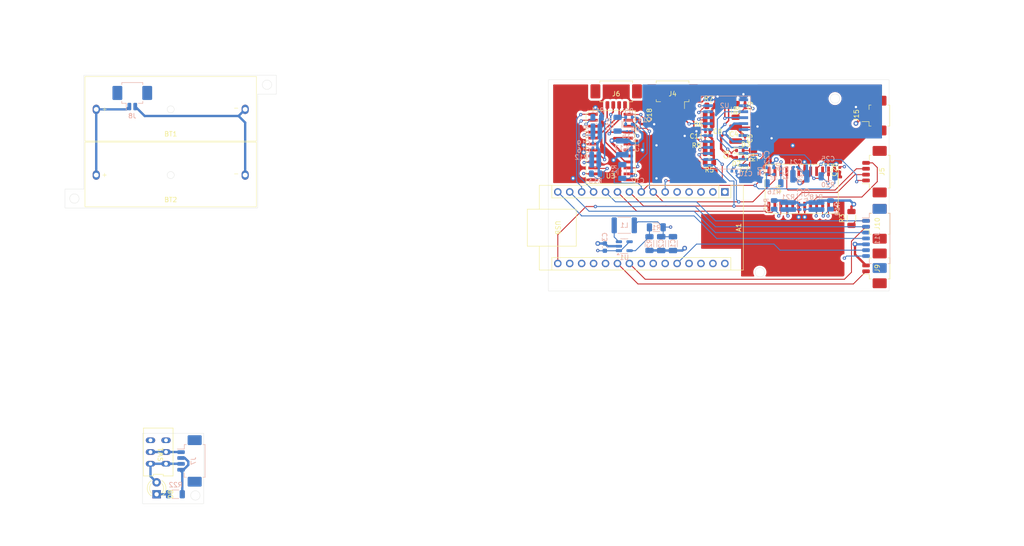
<source format=kicad_pcb>
(kicad_pcb (version 20240108) (generator "pcbnew") (generator_version "8.0")
  (title_block (title "Core Circuit") (date "2025-04-19") (rev "1") (company "Renegade Labs, INC") (comment 1 "San Diego, CA"))
  (layers (0 "F.Cu" signal) (1 "In1.Cu" power) (2 "In2.Cu" power) (31 "B.Cu" signal) (34 "B.Paste" user) (35 "F.Paste" user) (36 "B.SilkS" user "B.Silkscreen") (37 "F.SilkS" user "F.Silkscreen") (38 "B.Mask" user) (39 "F.Mask" user) (44 "Edge.Cuts" user))
  (net 0 "")
  (net 1 "/Motor Driver/EN")
  (net 5 "Net-(A1-D12{slash}MISO)")
  (net 6 "Net-(A1-D11{slash}MOSI)")
  (net 7 "/Motor Driver/RESET")
  (net 8 "/Motor Driver1/CLK")
  (net 9 "Net-(A1-D8)")
  (net 10 "/Motor Driver2/CW{slash}CCW")
  (net 12 "Net-(A1-D13{slash}CLK)")
  (net 13 "Net-(A1-A2)")
  (net 14 "Net-(A1-A7)")
  (net 16 "Net-(A1-A3)")
  (net 17 "Net-(A1-3V3)")
  (net 21 "/Motor Driver/CLK")
  (net 25 "/Motor Driver1/CW{slash}CCW")
  (net 26 "/Motor Driver/CW{slash}CCW")
  (net 27 "/Motor Driver/VREF")
  (net 28 "Net-(U2-VCP)")
  (net 29 "Net-(C7-Pad1)")
  (net 30 "Net-(U2-EN)")
  (net 31 "Net-(U2-RCA)")
  (net 32 "Net-(U2-RCB)")
  (net 33 "Net-(D5-K)")
  (net 34 "Net-(C15-Pad1)")
  (net 35 "Net-(U3-VCP)")
  (net 36 "Net-(D2-K)")
  (net 37 "Net-(U3-EN)")
  (net 38 "Net-(U3-RCB)")
  (net 39 "Net-(U3-RCA)")
  (net 40 "Net-(D7-K)")
  (net 41 "Net-(C23-Pad1)")
  (net 42 "Net-(D6-K)")
  (net 43 "Net-(U4-VCP)")
  (net 44 "Net-(D4-K)")
  (net 45 "Net-(U4-EN)")
  (net 46 "Net-(U4-RCA)")
  (net 47 "Net-(U4-RCB)")
  (net 48 "Net-(D3-K)")
  (net 49 "Net-(U1-SW)")
  (net 50 "/Motor Driver/OUT2B")
  (net 51 "/Motor Driver/OUT1B")
  (net 52 "/Motor Driver/OUT1A")
  (net 53 "/Motor Driver/OUT2A")
  (net 54 "/Motor Driver2/OUT2A")
  (net 55 "/Motor Driver2/OUT1A")
  (net 56 "/Motor Driver2/OUT1B")
  (net 57 "/Motor Driver2/OUT2B")
  (net 58 "/Motor Driver1/OUT2A")
  (net 59 "/Motor Driver1/OUT1A")
  (net 60 "/Motor Driver1/OUT2B")
  (net 61 "/Motor Driver1/OUT1B")
  (net 62 "Net-(U1-FB)")
  (net 63 "GND")
  (net 65 "+12V")
  (net 66 "Net-(U2-SENSE_A)")
  (net 67 "Net-(U2-SENSE_B)")
  (net 68 "Net-(U3-SENSE_A)")
  (net 69 "Net-(U3-SENSE_B)")
  (net 70 "Net-(U4-SENSE_A)")
  (net 71 "Net-(U4-SENSE_B)")
  (net 72 "Net-(D8-A)")
  (net 73 "Net-(D8-K)")
  (net 74 "Net-(J10-Pin_2)")
  (net 75 "Net-(J7-Pin_2)")
  (net 78 "Net-(BT1-+)")
  (net 79 "Net-(BT1--)")
  (net 80 "Net-(J7-Pin_1)")
  (footprint "Connector_Molex:Molex_PicoBlade_53261-0271_1x02-1MP_P1.25mm_Horizontal" (layer "F.Cu") (at 229.550001 100.375 90)
    (property "Reference" "J10")
    (property "Value" "Conn_01x02_Socket")
  )
  (footprint "Connector_Molex:Molex_PicoBlade_53261-0271_1x02-1MP_P1.25mm_Horizontal" (layer "F.Cu") (at 229.550001 109.875 90)
    (property "Reference" "J9")
    (property "Value" "Conn_01x02_Socket")
  )
  (footprint "Resistor_SMD:R_0805_2012Metric" (layer "F.Cu") (at 193.809999 87.2575 180)
    (property "Reference" "R5")
    (property "Value" "0.3")
  )
  (footprint "Resistor_SMD:R_0805_2012Metric" (layer "F.Cu") (at 194.1875 75.257501 180)
    (property "Reference" "R6")
    (property "Value" "0.3")
  )
  (footprint "Connector_Molex:Molex_PicoBlade_53261-0471_1x04-1MP_P1.25mm_Horizontal" (layer "F.Cu") (at 185.975 72.6564 180)
    (property "Reference" "J4")
    (property "Value" "Conn_01x04_Socket")
  )
  (footprint "Resistor_SMD:R_1206_3216Metric" (layer "F.Cu") (at 224.05 99.2375 90)
    (property "Reference" "R3")
    (property "Value" "100")
  )
  (footprint "Resistor_SMD:R_0612_1632Metric" (layer "F.Cu") (at 193.647499 78.2575)
    (property "Reference" "R7")
    (property "Value" "39K")
  )
  (footprint "Capacitor_SMD:C_0402_1005Metric" (layer "F.Cu") (at 180.05 78.645 90)
    (property "Reference" "C18")
    (property "Value" "0.068uF")
  )
  (footprint "Capacitor_SMD:C_0201_0603Metric_Pad0.64x0.40mm_HandSolder" (layer "F.Cu") (at 201.3975 82.325 -90)
    (property "Reference" "C5")
    (property "Value" "0.1uF")
  )
  (footprint "Package_SO:SO24_7.5x15.3mm_P1.27mm" (layer "F.Cu") (at 213.455 92.95)
    (property "Reference" "U4")
    (property "Value" "L6208D")
  )
  (footprint "Connector_Molex:Molex_PicoBlade_53261-0471_1x04-1MP_P1.25mm_Horizontal" (layer "F.Cu") (at 173.975 72.665 180)
    (property "Reference" "J6")
    (property "Value" "Conn_01x04_Socket")
  )
  (footprint "Connector_Molex:Molex_PicoBlade_53261-0471_1x04-1MP_P1.25mm_Horizontal" (layer "F.Cu") (at 229.55 89.275 90)
    (property "Reference" "J5")
    (property "Value" "Conn_01x04_Socket")
  )
  (footprint "PersonalLibraries:Battery_clip-MPD_BHA23APC" (layer "F.Cu") (at 79.15 90)
    (property "Reference" "BT2")
    (property "Value" "Battery")
    (fp_circle (center 0 0) (end 0.75 0) (stroke (width 0.05)) (fill none) (layer "Edge.Cuts"))
  )
  (footprint "Capacitor_SMD:C_0402_1005Metric" (layer "F.Cu") (at 221.55 88.860589 90)
    (property "Reference" "C26")
    (property "Value" "0.068uF")
  )
  (footprint "PersonalLibraries:SW-Slide_Diptronics-LSSA22" (layer "F.Cu") (at 76.5 149 90)
    (property "Reference" "SW1")
    (property "Value" "SW_DPDT_x2")
  )
  (footprint "Diode_SMD:D_SOD-523" (layer "F.Cu") (at 200.30025 84.766401)
    (property "Reference" "D3")
    (property "Value" "1N4148")
  )
  (footprint "Capacitor_SMD:C_1210_3225Metric" (layer "F.Cu") (at 199.397498 81.282501 -90)
    (property "Reference" "C4")
    (property "Value" "100uF")
  )
  (footprint "Package_SO:SO24_7.5x15.3mm_P1.27mm" (layer "F.Cu") (at 172.8 84.03 -90)
    (property "Reference" "U3")
    (property "Value" "L6208D")
  )
  (footprint "Diode_SMD:D_SOD-523" (layer "F.Cu") (at 200.30025 86.266402 180)
    (property "Reference" "D2")
    (property "Value" "1N4148")
  )
  (footprint "Resistor_SMD:R_0612_1632Metric" (layer "F.Cu") (at 193.647498 84.2575)
    (property "Reference" "R9")
    (property "Value" "39K")
  )
  (footprint "Capacitor_SMD:C_0201_0603Metric" (layer "F.Cu") (at 198.500249 85.611401 90)
    (property "Reference" "C6")
    (property "Value" "0.22uF")
  )
  (footprint "Capacitor_SMD:C_0402_1005Metric" (layer "F.Cu") (at 201.397499 75.2375 -90)
    (property "Reference" "C9")
    (property "Value" "5600pF")
  )
  (footprint "Connector_Molex:Molex_PicoBlade_53261-0271_1x02-1MP_P1.25mm_Horizontal" (layer "F.Cu") (at 229.500001 77.325 90)
    (property "Reference" "J15")
    (property "Value" "Conn_01x02_Socket")
  )
  (footprint "Capacitor_SMD:C_0402_1005Metric" (layer "F.Cu") (at 193.4575 80.7575)
    (property "Reference" "C8")
    (property "Value" "1000pF")
  )
  (footprint "Module:Arduino_Nano" (layer "F.Cu") (at 197.1 93.59 -90)
    (property "Reference" "A1")
    (property "Value" "Arduino_Nano_33_BLE")
  )
  (footprint "Resistor_SMD:R_1206_3216Metric" (layer "F.Cu") (at 199.397498 76.22 90)
    (property "Reference" "R8")
    (property "Value" "100K")
  )
  (footprint "Resistor_SMD:R_1206_3216Metric" (layer "F.Cu") (at 203.10025 86.228902 -90)
    (property "Reference" "R4")
    (property "Value" "100")
  )
  (footprint "Capacitor_SMD:C_0201_0603Metric" (layer "F.Cu") (at 201.25525 87.766401 180)
    (property "Reference" "C7")
    (property "Value" "0.01uF")
  )
  (footprint "Capacitor_SMD:C_0402_1005Metric" (layer "F.Cu") (at 193.417499 81.7575)
    (property "Reference" "C11")
    (property "Value" "1000pF")
  )
  (footprint "PersonalLibraries:Battery_clip-MPD_BHA23APC" (layer "F.Cu") (at 79.15 76)
    (property "Reference" "BT1")
    (property "Value" "Battery")
    (fp_circle (center 0 0) (end 0.75 0) (stroke (width 0.05)) (fill none) (layer "Edge.Cuts"))
  )
  (footprint "LED_THT:LED_D3.0mm" (layer "F.Cu") (at 76.15 158 90)
    (property "Reference" "D8")
    (property "Value" "LED")
  )
  (footprint "Connector_Molex:Molex_PicoBlade_53261-0771_1x07-1MP_P1.25mm_Horizontal" (layer "B.Cu") (at 229.55 103.5 -90)
    (property "Reference" "J11")
    (property "Value" "Conn_01x07_Socket")
  )
  (footprint "Resistor_SMD:R_0612_1632Metric" (layer "B.Cu") (at 169.765 80.7)
    (property "Reference" "R15")
    (property "Value" "39K")
  )
  (footprint "Resistor_SMD:R_0612_1632Metric" (layer "B.Cu") (at 216.595 96.592501 90)
    (property "Reference" "R19")
    (property "Value" "39K")
  )
  (footprint "Resistor_SMD:R_0805_2012Metric" (layer "B.Cu") (at 207.595 96.3425 -90)
    (property "Reference" "R17")
    (property "Value" "0.3")
  )
  (footprint "Capacitor_SMD:C_0603_1608Metric" (layer "B.Cu") (at 171.55 105.35 90)
    (property "Reference" "C3")
    (property "Value" "4.7uF")
  )
  (footprint "Resistor_SMD:R_0805_2012Metric" (layer "B.Cu") (at 169.6025 89.7 180)
    (property "Reference" "R12")
    (property "Value" "0.3")
  )
  (footprint "Capacitor_SMD:C_0402_1005Metric" (layer "B.Cu") (at 213.095 96.8625 90)
    (property "Reference" "C27")
    (property "Value" "1000pF")
  )
  (footprint "Capacitor_SMD:C_0402_1005Metric" (layer "B.Cu") (at 169.495 83.2)
    (property "Reference" "C19")
    (property "Value" "1000pF")
  )
  (footprint "Resistor_SMD:R_1206_3216Metric" (layer "B.Cu") (at 174.265 79.1625 -90)
    (property "Reference" "R10")
    (property "Value" "100")
  )
  (footprint "Resistor_SMD:R_0805_2012Metric" (layer "B.Cu") (at 169.9275 77.7 180)
    (property "Reference" "R11")
    (property "Value" "0.3")
  )
  (footprint "Capacitor_SMD:C_0201_0603Metric" (layer "B.Cu") (at 209.02 89.6 90)
    (property "Reference" "C23")
    (property "Value" "0.01uF")
  )
  (footprint "Resistor_SMD:R_1206_3216Metric" (layer "B.Cu") (at 207.5575 91.755)
    (property "Reference" "R16")
    (property "Value" "100")
  )
  (footprint "Capacitor_SMD:C_0402_1005Metric" (layer "B.Cu") (at 169.495 84.2)
    (property "Reference" "C16")
    (property "Value" "1000pF")
  )
  (footprint "Capacitor_SMD:C_1206_3216Metric" (layer "B.Cu") (at 186.05 104.6 90)
    (property "Reference" "C1")
    (property "Value" "22uF")
  )
  (footprint "Capacitor_SMD:C_0201_0603Metric" (layer "B.Cu") (at 206.84 87.445001 180)
    (property "Reference" "C22")
    (property "Value" "0.22uF")
  )
  (footprint "Resistor_SMD:R_1206_3216Metric" (layer "B.Cu") (at 182.5125 101.125)
    (property "Reference" "R1")
    (property "Value" "100K")
  )
  (footprint "Resistor_SMD:R_1206_3216Metric" (layer "B.Cu") (at 80.15 158 180)
    (property "Reference" "R22")
    (property "Value" "100K")
  )
  (footprint "Diode_SMD:D_SOD-523" (layer "B.Cu") (at 176.6888 77.6668 180)
    (property "Reference" "D5")
    (property "Value" "1N4148")
  )
  (footprint "Capacitor_SMD:C_0402_1005Metric" (layer "B.Cu") (at 214.095 96.822501 90)
    (property "Reference" "C24")
    (property "Value" "1000pF")
  )
  (footprint "Capacitor_SMD:C_0201_0603Metric" (layer "B.Cu") (at 178.4888 78.1668 90)
    (property "Reference" "C14")
    (property "Value" "0.22uF")
  )
  (footprint "Capacitor_SMD:C_0402_1005Metric" (layer "B.Cu") (at 177.265 89.72 -90)
    (property "Reference" "C17")
    (property "Value" "5600pF")
  )
  (footprint "Connector_Molex:Molex_PicoBlade_53261-0271_1x02-1MP_P1.25mm_Horizontal" (layer "B.Cu") (at 70.975 72.999999)
    (property "Reference" "J8")
    (property "Value" "Conn_01x02_Socket")
  )
  (footprint "Resistor_SMD:R_0612_1632Metric" (layer "B.Cu") (at 169.515 86.7)
    (property "Reference" "R13")
    (property "Value" "39K")
  )
  (footprint "Resistor_SMD:R_0612_1632Metric" (layer "B.Cu") (at 210.595 96.5925 90)
    (property "Reference" "R21")
    (property "Value" "39K")
  )
  (footprint "Resistor_SMD:R_1206_3216Metric" (layer "B.Cu") (at 175.265 89.2375 90)
    (property "Reference" "R14")
    (property "Value" "100K")
  )
  (footprint "Capacitor_SMD:C_0201_0603Metric" (layer "B.Cu") (at 176.634 80.6204)
    (property "Reference" "C15")
    (property "Value" "0.01uF")
  )
  (footprint "Inductor_SMD:L_1812_4532Metric" (layer "B.Cu") (at 175.6875 100.7 180)
    (property "Reference" "L1")
    (property "Value" "2.2uH")
  )
  (footprint "Diode_SMD:D_SOD-523" (layer "B.Cu") (at 205.9746 89.1448 -90)
    (property "Reference" "D7")
    (property "Value" "1N4148")
  )
  (footprint "Capacitor_SMD:C_0201_0603Metric_Pad0.64x0.40mm_HandSolder" (layer "B.Cu") (at 212.1375 88.28 180)
    (property "Reference" "C21")
    (property "Value" "0.1uF")
  )
  (footprint "Resistor_SMD:R_1206_3216Metric" (layer "B.Cu") (at 219.0575 90.255)
    (property "Reference" "R20")
    (property "Value" "100K")
  )
  (footprint "Connector_Molex:Molex_PicoBlade_53261-0471_1x04-1MP_P1.25mm_Horizontal" (layer "B.Cu") (at 83.75 150.9 -90)
    (property "Reference" "J7")
    (property "Value" "Conn_01x04_Socket")
  )
  (footprint "Capacitor_SMD:C_1206_3216Metric" (layer "B.Cu") (at 183.55 104.6 90)
    (property "Reference" "C2")
    (property "Value" "22uF")
  )
  (footprint "Capacitor_SMD:C_0402_1005Metric" (layer "B.Cu") (at 199.07 89.1564 180)
    (property "Reference" "C10")
    (property "Value" "0.068uF")
  )
  (footprint "Capacitor_SMD:C_0402_1005Metric" (layer "B.Cu") (at 219.0575 87.7175 180)
    (property "Reference" "C25")
    (property "Value" "5600pF")
  )
  (footprint "Capacitor_SMD:C_1210_3225Metric" (layer "B.Cu") (at 213.07 90.255 180)
    (property "Reference" "C20")
    (property "Value" "100uF")
  )
  (footprint "Diode_SMD:D_SOD-523" (layer "B.Cu") (at 176.6888 79.1668)
    (property "Reference" "D4")
    (property "Value" "1N4148")
  )
  (footprint "Diode_SMD:D_SOD-523" (layer "B.Cu") (at 207.52 89.145 90)
    (property "Reference" "D6")
    (property "Value" "1N4148")
  )
  (footprint "Resistor_SMD:R_0805_2012Metric" (layer "B.Cu") (at 219.595001 96.3425 -90)
    (property "Reference" "R18")
    (property "Value" "0.3")
  )
  (footprint "Package_TO_SOT_SMD:SOT-23-5" (layer "B.Cu") (at 175.6875 105.15)
    (property "Reference" "U1")
    (property "Value" "TLV62568DBV")
  )
  (footprint "Capacitor_SMD:C_1210_3225Metric" (layer "B.Cu") (at 175.265 84.175 90)
    (property "Reference" "C12")
    (property "Value" "100uF")
  )
  (footprint "Package_SO:SO24_7.5x15.3mm_P1.27mm" (layer "B.Cu") (at 197.3 80.9414 90)
    (property "Reference" "U2")
    (property "Value" "L6208D")
  )
  (footprint "Resistor_SMD:R_1206_3216Metric" (layer "B.Cu") (at 181.05 104.5875 90)
    (property "Reference" "R2")
    (property "Value" "200K")
  )
  (footprint "Capacitor_SMD:C_0201_0603Metric_Pad0.64x0.40mm_HandSolder" (layer "B.Cu") (at 177.265 83.6325 90)
    (property "Reference" "C13")
    (property "Value" "0.1uF")
  )
  (gr_rect (start 73.15 145) (end 86.15 160) (stroke (width 0.05)) (fill none) (layer "Edge.Cuts"))
  (gr_circle (center 220.55 73.7) (end 221.55 73.7) (stroke (width 0.05)) (fill none) (layer "Edge.Cuts"))
  (gr_circle (center 99.65 70.75) (end 100.65 70.75) (stroke (width 0.05)) (fill none) (layer "Edge.Cuts"))
  (gr_rect (start 159.55 69.7) (end 232.05 114.7) (stroke (width 0.05)) (fill none) (layer "Edge.Cuts"))
  (gr_circle (center 204.55 110.7) (end 205.55 110.7) (stroke (width 0.05)) (fill none) (layer "Edge.Cuts"))
  (gr_poly (pts (xy 60.65 68.75) (xy 101.65 68.75) (xy 101.65 72.75) (xy 97.65 72.75) (xy 97.65 97) (xy 56.65 97) (xy 56.65 93) (xy 60.65 93)) (stroke (width 0.05)) (fill none) (layer "Edge.Cuts"))
  (gr_circle (center 58.65 95) (end 57.65 95) (stroke (width 0.05)) (fill none) (layer "Edge.Cuts"))
  (gr_circle (center 84.4 158.25) (end 85.4 158.25) (stroke (width 0.05)) (fill none) (layer "Edge.Cuts"))
  (segment (start 205.199999 75.306399) (end 205.199999 86.050001) (width 0.2) (layer "F.Cu") (net 1))
  (segment (start 204.55 91.2) (end 203.55 92.2) (width 0.2) (layer "F.Cu") (net 1))
  (segment (start 201.86 71.9664) (end 205.199999 75.306399) (width 0.2) (layer "F.Cu") (net 1))
  (segment (start 204.55 86.7) (end 204.55 91.2) (width 0.2) (layer "F.Cu") (net 1))
  (segment (start 185.05 92.2) (end 203.55 92.2) (width 0.2) (layer "F.Cu") (net 1))
  (segment (start 205.199999 86.050001) (end 204.55 86.7) (width 0.2) (layer "F.Cu") (net 1))
  (segment (start 180.71 92.2) (end 185.05 92.2) (width 0.2) (layer "F.Cu") (net 1))
  (segment (start 179.32 93.59) (end 180.71 92.2) (width 0.2) (layer "F.Cu") (net 1))
  (segment (start 199.397498 74.7575) (end 199.397498 73.28753) (width 0.2) (layer "F.Cu") (net 1))
  (segment (start 199.397498 73.28753) (end 200.718628 71.9664) (width 0.2) (layer "F.Cu") (net 1))
  (segment (start 200.718628 71.9664) (end 201.86 71.9664) (width 0.2) (layer "F.Cu") (net 1))
  (via (at 203.55 92.2) (size 0.7) (drill 0.3) (layers "F.Cu" "B.Cu") (net 1))
  (segment (start 219.32 92.93) (end 220.52 91.73) (width 0.2) (layer "B.Cu") (net 1))
  (segment (start 204.28 92.93) (end 219.32 92.93) (width 0.2) (layer "B.Cu") (net 1))
  (segment (start 173.55 89.49) (end 175.265 87.775) (width 0.2) (layer "B.Cu") (net 1))
  (segment (start 179.32 93.59) (end 179.32 92.4167) (width 0.2) (layer "B.Cu") (net 1))
  (segment (start 203.55 92.2) (end 204.28 92.93) (width 0.2) (layer "B.Cu") (net 1))
  (segment (start 220.52 91.73) (end 220.52 90.255) (width 0.2) (layer "B.Cu") (net 1))
  (segment (start 178.6033 91.7) (end 173.55 91.7) (width 0.2) (layer "B.Cu") (net 1))
  (segment (start 173.55 91.7) (end 173.55 89.49) (width 0.2) (layer "B.Cu") (net 1))
  (segment (start 179.32 92.4167) (end 178.6033 91.7) (width 0.2) (layer "B.Cu") (net 1))
  (segment (start 190.55 98.7) (end 195.35 103.5) (width 0.2) (layer "B.Cu") (net 5))
  (segment (start 166.55 98.6) (end 161.54 93.59) (width 0.2) (layer "B.Cu") (net 5))
  (segment (start 195.35 103.5) (end 227.15 103.5) (width 0.2) (layer "B.Cu") (net 5))
  (segment (start 166.55 98.7) (end 190.55 98.7) (width 0.2) (layer "B.Cu") (net 5))
  (segment (start 166.55 98.7) (end 166.55 98.6) (width 0.2) (layer "B.Cu") (net 5))
  (segment (start 168.19 97.7) (end 190.55 97.7) (width 0.2) (layer "B.Cu") (net 6))
  (segment (start 195.1 102.25) (end 227.15 102.25) (width 0.2) (layer "B.Cu") (net 6))
  (segment (start 164.08 93.59) (end 168.19 97.7) (width 0.2) (layer "B.Cu") (net 6))
  (segment (start 190.55 97.7) (end 195.1 102.25) (width 0.2) (layer "B.Cu") (net 6))
  (segment (start 181.05 80.665) (end 180.4211 80.0361) (width 0.2) (layer "F.Cu") (net 7))
  (segment (start 200.05 95.7) (end 203.05 95.7) (width 0.2) (layer "F.Cu") (net 7))
  (segment (start 180.4211 80.0361) (end 178.9011 80.0361) (width 0.2) (layer "F.Cu") (net 7))
  (segment (start 178.9011 80.0361) (end 177.18 78.315) (width 0.2) (layer "F.Cu") (net 7))
  (segment (start 183.97 95.7) (end 181.86 93.59) (width 0.2) (layer "F.Cu") (net 7))
  (segment (start 200.05 95.7) (end 183.97 95.7) (width 0.2) (layer "F.Cu") (net 7))
  (segment (start 203.05 95.7) (end 207.74 91.01) (width 0.2) (layer "F.Cu") (net 7))
  (segment (start 177.18 78.315) (end 176.55 78.315) (width 0.2) (layer "F.Cu") (net 7))
  (segment (start 207.74 91.01) (end 207.74 89.2) (width 0.2) (layer "F.Cu") (net 7))
  (via (at 200.05 95.7) (size 0.7) (drill 0.3) (layers "F.Cu" "B.Cu") (net 7))
  (via (at 181.05 80.665) (size 0.7) (drill 0.3) (layers "F.Cu" "B.Cu") (net 7))
  (segment (start 197.55 88.1564) (end 199.05 86.6564) (width 0.2) (layer "B.Cu") (net 7))
  (segment (start 181.05 92.78) (end 181.05 80.665) (width 0.2) (layer "B.Cu") (net 7))
  (segment (start 200.05 95.7) (end 199.55 95.2) (width 0.2) (layer "B.Cu") (net 7))
  (segment (start 199.55 91.2) (end 197.55 89.2) (width 0.2) (layer "B.Cu") (net 7))
  (segment (start 199.55 95.2) (end 199.55 91.2) (width 0.2) (layer "B.Cu") (net 7))
  (segment (start 181.05 92.78) (end 181.86 93.59) (width 0.2) (layer "B.Cu") (net 7))
  (segment (start 197.55 88.1564) (end 197.55 89.2) (width 0.2) (layer "B.Cu") (net 7))
  (segment (start 199.05 86.6564) (end 201.05 86.6564) (width 0.2) (layer "B.Cu") (net 7))
  (segment (start 166.4815 77.045) (end 166.4186 77.1079) (width 0.2) (layer "F.Cu") (net 8))
  (segment (start 169.05 77.045) (end 166.4815 77.045) (width 0.2) (layer "F.Cu") (net 8))
  (via (at 166.4186 77.1079) (size 0.7) (drill 0.3) (layers "F.Cu" "B.Cu") (net 8))
  (segment (start 166.62 92.4883) (end 165.55 91.4183) (width 0.2) (layer "B.Cu") (net 8))
  (segment (start 165.55 77.9765) (end 166.4186 77.1079) (width 0.2) (layer "B.Cu") (net 8))
  (segment (start 166.62 93.59) (end 166.62 92.4883) (width 0.2) (layer "B.Cu") (net 8))
  (segment (start 165.55 77.9765) (end 165.68825 77.83825) (width 0.2) (layer "B.Cu") (net 8))
  (segment (start 165.55 91.4183) (end 165.55 77.9765) (width 0.2) (layer "B.Cu") (net 8))
  (segment (start 195.1 99.75) (end 227.15 99.75) (width 0.2) (layer "B.Cu") (net 9))
  (segment (start 173.81 95.7) (end 191.05 95.7) (width 0.2) (layer "B.Cu") (net 9))
  (segment (start 171.7 93.59) (end 173.81 95.7) (width 0.2) (layer "B.Cu") (net 9))
  (segment (start 191.05 95.7) (end 195.1 99.75) (width 0.2) (layer "B.Cu") (net 9))
  (segment (start 207.74 97.330001) (end 207.120001 97.95) (width 0.2) (layer "F.Cu") (net 10))
  (segment (start 207.74 96.7) (end 207.74 97.330001) (width 0.2) (layer "F.Cu") (net 10))
  (segment (start 205.670001 97.7) (end 178.35 97.7) (width 0.2) (layer "F.Cu") (net 10))
  (segment (start 207.120001 97.95) (end 205.920001 97.95) (width 0.2) (layer "F.Cu") (net 10))
  (segment (start 205.920001 97.95) (end 205.670001 97.7) (width 0.2) (layer "F.Cu") (net 10))
  (segment (start 178.35 97.7) (end 174.24 93.59) (width 0.2) (layer "F.Cu") (net 10))
  (segment (start 169.55 96.7) (end 167.55 96.7) (width 0.2) (layer "F.Cu") (net 12))
  (segment (start 167.55 96.7) (end 161.54 102.71) (width 0.2) (layer "F.Cu") (net 12))
  (segment (start 161.54 102.71) (end 161.54 108.83) (width 0.2) (layer "F.Cu") (net 12))
  (via (at 169.55 96.7) (size 0.7) (drill 0.3) (layers "F.Cu" "B.Cu") (net 12))
  (segment (start 169.55 96.7) (end 190.797487 96.7) (width 0.2) (layer "B.Cu") (net 12))
  (segment (start 195.097487 101) (end 227.15 101) (width 0.2) (layer "B.Cu") (net 12))
  (segment (start 190.797487 96.7) (end 195.097487 101) (width 0.2) (layer "B.Cu") (net 12))
  (segment (start 224.450001 113.2) (end 227.150001 110.5) (width 0.2) (layer "F.Cu") (net 13))
  (segment (start 178.61 113.2) (end 224.450001 113.2) (width 0.2) (layer "F.Cu") (net 13))
  (segment (start 174.24 108.83) (end 178.61 113.2) (width 0.2) (layer "F.Cu") (net 13))
  (segment (start 186.94 108.83) (end 191.07 104.7) (width 0.2) (layer "B.Cu") (net 14))
  (segment (start 207.55 104.7) (end 208.85 106) (width 0.2) (layer "B.Cu") (net 14))
  (segment (start 191.07 104.7) (end 207.55 104.7) (width 0.2) (layer "B.Cu") (net 14))
  (segment (start 208.85 106) (end 227.15 106) (width 0.2) (layer "B.Cu") (net 14))
  (segment (start 176.78 108.83) (end 180.15 112.2) (width 0.2) (layer "F.Cu") (net 16))
  (segment (start 224.05 110.7) (end 224.05 104.100001) (width 0.2) (layer "F.Cu") (net 16))
  (segment (start 180.15 112.2) (end 222.55 112.2) (width 0.2) (layer "F.Cu") (net 16))
  (segment (start 224.05 104.100001) (end 227.150001 101) (width 0.2) (layer "F.Cu") (net 16))
  (segment (start 222.55 112.2) (end 224.05 110.7) (width 0.2) (layer "F.Cu") (net 16))
  (via (at 222.55 107.7) (size 0.7) (drill 0.3) (layers "F.Cu" "B.Cu") (net 17))
  (via (at 170.05 106.075) (size 0.7) (drill 0.3) (layers "F.Cu" "B.Cu") (net 17))
  (segment (start 174.925 106.1) (end 174.55 106.1) (width 0.2) (layer "B.Cu") (net 17))
  (segment (start 176.825 104.2) (end 174.925 106.1) (width 0.2) (layer "B.Cu") (net 17))
  (segment (start 227.15 107.25) (end 223 107.25) (width 0.2) (layer "B.Cu") (net 17))
  (segment (start 223 107.25) (end 222.55 107.7) (width 0.2) (layer "B.Cu") (net 17))
  (segment (start 174.525 106.125) (end 174.55 106.1) (width 0.2) (layer "B.Cu") (net 17))
  (segment (start 171.55 106.125) (end 174.525 106.125) (width 0.2) (layer "B.Cu") (net 17))
  (segment (start 170.1 106.125) (end 170.05 106.075) (width 0.2) (layer "B.Cu") (net 17))
  (segment (start 171.55 106.125) (end 170.1 106.125) (width 0.2) (layer "B.Cu") (net 17))
  (segment (start 184.55 96.6) (end 179.79 96.6) (width 0.2) (layer "F.Cu") (net 21))
  (segment (start 179.79 96.6) (end 176.78 93.59) (width 0.2) (layer "F.Cu") (net 21))
  (segment (start 206.470001 96.7) (end 206.370001 96.6) (width 0.2) (layer "F.Cu") (net 21))
  (segment (start 206.370001 96.6) (end 199.05 96.6) (width 0.2) (layer "F.Cu") (net 21))
  (segment (start 199.05 96.6) (end 184.55 96.6) (width 0.2) (layer "F.Cu") (net 21))
  (via (at 199.05 96.6) (size 0.7) (drill 0.3) (layers "F.Cu" "B.Cu") (net 21))
  (segment (start 198.0936 91.265686) (end 199.05 91.265686) (width 0.2) (layer "B.Cu") (net 21))
  (segment (start 199.05 91.265686) (end 199.05 96.6) (width 0.2) (layer "B.Cu") (net 21))
  (segment (start 193.55 87.926399) (end 194.754313 87.926399) (width 0.2) (layer "B.Cu") (net 21))
  (segment (start 194.754313 87.926399) (end 198.0936 91.265686) (width 0.2) (layer "B.Cu") (net 21))
  (segment (start 166.6712 78.315) (end 166.4186 78.5676) (width 0.2) (layer "F.Cu") (net 25))
  (segment (start 169.05 78.315) (end 166.6712 78.315) (width 0.2) (layer "F.Cu") (net 25))
  (segment (start 166.4186 78.5676) (end 166.5121 78.4741) (width 0.2) (layer "F.Cu") (net 25))
  (via (at 166.5121 78.4741) (size 0.7) (drill 0.3) (layers "F.Cu" "B.Cu") (net 25))
  (segment (start 166.05 90.28915) (end 166.05 78.9362) (width 0.2) (layer "B.Cu") (net 25))
  (segment (start 169.16 93.59) (end 169.16 93.39915) (width 0.2) (layer "B.Cu") (net 25))
  (segment (start 169.16 93.39915) (end 166.05 90.28915) (width 0.2) (layer "B.Cu") (net 25))
  (segment (start 166.05 78.9362) (end 166.5121 78.4741) (width 0.2) (layer "B.Cu") (net 25))
  (segment (start 196.55 90.7) (end 196.05 91.2) (width 0.2) (layer "F.Cu") (net 26))
  (segment (start 196.05 91.2) (end 190.55 91.2) (width 0.2) (layer "F.Cu") (net 26))
  (segment (start 190.55 91.2) (end 184.55 91.2) (width 0.2) (layer "F.Cu") (net 26))
  (segment (start 196.55 87.7) (end 196.55 90.7) (width 0.2) (layer "F.Cu") (net 26))
  (via (at 184.55 91.2) (size 0.7) (drill 0.3) (layers "F.Cu" "B.Cu") (net 26))
  (via (at 196.55 87.7) (size 0.7) (drill 0.3) (layers "F.Cu" "B.Cu") (net 26))
  (segment (start 195.5064 86.6564) (end 196.55 87.7) (width 0.2) (layer "B.Cu") (net 26))
  (segment (start 184.55 91.2) (end 184.4 91.35) (width 0.2) (layer "B.Cu") (net 26))
  (segment (start 193.55 86.6564) (end 192.05 86.6564) (width 0.2) (layer "B.Cu") (net 26))
  (segment (start 193.55 86.6564) (end 195.5064 86.6564) (width 0.2) (layer "B.Cu") (net 26))
  (segment (start 184.4 91.35) (end 184.4 93.59) (width 0.2) (layer "B.Cu") (net 26))
  (segment (start 177.9146 77.1079) (end 177.8517 77.045) (width 0.2) (layer "F.Cu") (net 27))
  (segment (start 169.05 89.745) (end 167.7483 89.745) (width 0.2) (layer "F.Cu") (net 27))
  (segment (start 179.2065 77.3215) (end 180.05 78.165) (width 0.2) (layer "F.Cu") (net 27))
  (segment (start 179.2065 77.1079) (end 179.2065 77.3215) (width 0.2) (layer "F.Cu") (net 27))
  (segment (start 176.55 77.045) (end 177.8517 77.045) (width 0.2) (layer "F.Cu") (net 27))
  (segment (start 167.6683 89.665) (end 167.7483 89.745) (width 0.2) (layer "F.Cu") (net 27))
  (segment (start 205.152091 89.500494) (end 206.169507 89.500494) (width 0.2) (layer "F.Cu") (net 27))
  (segment (start 221.730589 88.2) (end 221.55 88.380589) (width 0.2) (layer "F.Cu") (net 27))
  (segment (start 179.2065 77.1079) (end 177.9146 77.1079) (width 0.2) (layer "F.Cu") (net 27))
  (segment (start 206.169507 89.500494) (end 206.470001 89.2) (width 0.2) (layer "F.Cu") (net 27))
  (segment (start 219.17 98.58) (end 219.17 96.7) (width 0.2) (layer "F.Cu") (net 27))
  (segment (start 167.01 89.665) (end 167.6683 89.665) (width 0.2) (layer "F.Cu") (net 27))
  (segment (start 222.55 88.2) (end 221.730589 88.2) (width 0.2) (layer "F.Cu") (net 27))
  (segment (start 219.05 98.7) (end 219.17 98.58) (width 0.2) (layer "F.Cu") (net 27))
  (segment (start 167.01 89.665) (end 167.05 89.665) (width 0.2) (layer "F.Cu") (net 27))
  (via (at 205.152091 89.500494) (size 0.7) (drill 0.3) (layers "F.Cu" "B.Cu") (net 27))
  (via (at 191.699999 75.2264) (size 0.7) (drill 0.3) (layers "F.Cu" "B.Cu") (net 27))
  (via (at 185.55 101.075) (size 0.7) (drill 0.3) (layers "F.Cu" "B.Cu") (net 27))
  (via (at 179.2065 77.1079) (size 0.7) (drill 0.3) (layers "F.Cu" "B.Cu") (net 27))
  (via (at 167.05 89.665) (size 0.7) (drill 0.3) (layers "F.Cu" "B.Cu") (net 27))
  (via (at 222.55 88.2) (size 0.7) (drill 0.3) (layers "F.Cu" "B.Cu") (net 27))
  (via (at 199.05 88.2664) (size 0.7) (drill 0.3) (layers "F.Cu" "B.Cu") (net 27))
  (via (at 219.05 98.7) (size 0.7) (drill 0.3) (layers "F.Cu" "B.Cu") (net 27))
  (segment (start 199.390001 87.926399) (end 199.05 88.2664) (width 0.2) (layer "B.Cu") (net 27))
  (segment (start 177.825 100.7) (end 178.575 99.95) (width 0.2) (layer "B.Cu") (net 27))
  (segment (start 179.59 99.95) (end 182.8 99.95) (width 0.2) (layer "B.Cu") (net 27))
  (segment (start 178.575 99.95) (end 179.59 99.95) (width 0.2) (layer "B.Cu") (net 27))
  (segment (start 183.975 101.125) (end 183.975 102.7) (width 0.2) (layer "B.Cu") (net 27))
  (segment (start 182.8 99.95) (end 183.975 101.125) (width 0.2) (layer "B.Cu") (net 27))
  (segment (start 198.59 88.7264) (end 199.05 88.2664) (width 0.3) (layer "B.Cu") (net 27))
  (segment (start 201.049999 87.926399) (end 199.390001 87.926399) (width 0.2) (layer "B.Cu") (net 27))
  (segment (start 198.59 89.1564) (end 198.59 88.7264) (width 0.3) (layer "B.Cu") (net 27))
  (segment (start 185.55 101.075) (end 184.025 101.075) (width 0.2) (layer "B.Cu") (net 27))
  (segment (start 183.975 102.7) (end 183.55 103.125) (width 0.2) (layer "B.Cu") (net 27))
  (segment (start 186.05 103.125) (end 183.55 103.125) (width 0.2) (layer "B.Cu") (net 27))
  (segment (start 191.699999 75.2264) (end 193.549999 75.226399) (width 0.2) (layer "B.Cu") (net 27))
  (segment (start 184.025 101.075) (end 183.975 101.125) (width 0.2) (layer "B.Cu") (net 27))
  (segment (start 200.93525 87.581301) (end 200.935251 87.766401) (width 0.2) (layer "F.Cu") (net 28))
  (segment (start 204.549999 85.766399) (end 202.750152 85.766399) (width 0.2) (layer "F.Cu") (net 28))
  (segment (start 202.750152 85.766399) (end 200.93525 87.581301) (width 0.2) (layer "F.Cu") (net 28))
  (via (at 204.549999 85.766399) (size 0.7) (drill 0.3) (layers "F.Cu" "B.Cu") (net 28))
  (segment (start 204.549999 85.766399) (end 204.17 85.3864) (width 0.2) (layer "B.Cu") (net 28))
  (segment (start 204.17 85.3864) (end 201.05 85.3864) (width 0.2) (layer "B.Cu") (net 28))
  (segment (start 201.592649 87.749001) (end 201.592649 87.748401) (width 0.2) (layer "F.Cu") (net 29))
  (segment (start 203.10025 87.691401) (end 203.09975 87.691401) (width 0.2) (layer "F.Cu") (net 29))
  (segment (start 203.649699 87.2327) (end 203.649699 87.2328) (width 0.2) (layer "F.Cu") (net 29))
  (segment (start 201.575249 87.766401) (end 203.025249 87.766401) (width 0.2) (layer "F.Cu") (net 29))
  (segment (start 201.592649 87.748401) (end 201.59275 87.748401) (width 0.2) (layer "F.Cu") (net 29))
  (segment (start 203.649699 87.2328) (end 203.649998 87.2325) (width 0.2) (layer "F.Cu") (net 29))
  (segment (start 203.025249 87.766401) (end 203.100249 87.691401) (width 0.2) (layer "F.Cu") (net 29))
  (segment (start 201.57525 87.766401) (end 201.592649 87.749001) (width 0.2) (layer "F.Cu") (net 29))
  (segment (start 201.515498 75.835) (end 201.397998 75.7175) (width 0.2) (layer "F.Cu") (net 30))
  (segment (start 203.060498 75.835) (end 201.515498 75.835) (width 0.2) (layer "F.Cu") (net 30))
  (segment (start 201.362999 75.7175) (end 199.397999 77.6825) (width 0.2) (layer "F.Cu") (net 30))
  (segment (start 199.397499 77.682499) (end 199.397999 77.6825) (width 0.2) (layer "F.Cu") (net 30))
  (segment (start 201.397998 75.7175) (end 201.3975 75.7175) (width 0.2) (layer "F.Cu") (net 30))
  (segment (start 201.3975 75.7175) (end 201.362999 75.7175) (width 0.2) (layer "F.Cu") (net 30))
  (via (at 203.060498 75.835) (size 0.7) (drill 0.3) (layers "F.Cu" "B.Cu") (net 30))
  (segment (start 202.4519 75.2264) (end 203.060498 75.835) (width 0.2) (layer "B.Cu") (net 30))
  (segment (start 201.05 75.2264) (end 202.4519 75.2264) (width 0.2) (layer "B.Cu") (net 30))
  (segment (start 192.937699 81.757699) (end 192.9377 81.7578) (width 0.2) (layer "F.Cu") (net 31))
  (segment (start 192.897999 83.0275) (end 192.897499 83.028) (width 0.2) (layer "F.Cu") (net 31))
  (segment (start 192.897499 83.028) (end 192.897499 84.257501) (width 0.2) (layer "F.Cu") (net 31))
  (segment (start 192.897999 84.2575) (end 192.897999 83.0275) (width 0.2) (layer "F.Cu") (net 31))
  (segment (start 192.9377 81.7578) (end 192.938 81.757501) (width 0.2) (layer "F.Cu") (net 31))
  (segment (start 192.897999 83.0275) (end 192.898 81.7975) (width 0.2) (layer "F.Cu") (net 31))
  (segment (start 192.107199 84.2575) (end 191.771499 84.5932) (width 0.2) (layer "F.Cu") (net 31))
  (segment (start 192.897499 84.257501) (end 192.107199 84.2575) (width 0.2) (layer "F.Cu") (net 31))
  (segment (start 192.937499 81.757499) (end 192.937699 81.757699) (width 0.2) (layer "F.Cu") (net 31))
  (segment (start 192.898 81.7975) (end 192.9377 81.7578) (width 0.2) (layer "F.Cu") (net 31))
  (via (at 191.771499 84.5932) (size 0.7) (drill 0.3) (layers "F.Cu" "B.Cu") (net 31))
  (segment (start 191.771499 84.5932) (end 192.248299 84.1164) (width 0.2) (layer "B.Cu") (net 31))
  (segment (start 193.549999 84.1164) (end 192.248299 84.1164) (width 0.2) (layer "B.Cu") (net 31))
  (segment (start 192.9775 80.7575) (end 192.9777 80.7573) (width 0.2) (layer "F.Cu") (net 32))
  (segment (start 192.9777 80.7573) (end 192.977998 80.7575) (width 0.2) (layer "F.Cu") (net 32))
  (segment (start 192.897999 79.467501) (end 192.897499 79.467001) (width 0.2) (layer "F.Cu") (net 32))
  (segment (start 192.897999 80.6775) (end 192.9777 80.7573) (width 0.2) (layer "F.Cu") (net 32))
  (segment (start 191.7015 78.2575) (end 192.897499 78.2575) (width 0.2) (layer "F.Cu") (net 32))
  (segment (start 192.897499 79.467001) (end 192.897499 78.2575) (width 0.2) (layer "F.Cu") (net 32))
  (segment (start 192.897999 79.467501) (end 192.897999 80.6775) (width 0.2) (layer "F.Cu") (net 32))
  (segment (start 192.898 78.2575) (end 192.897999 79.467501) (width 0.2) (layer "F.Cu") (net 32))
  (segment (start 191.55 78.106) (end 191.7015 78.2575) (width 0.2) (layer "F.Cu") (net 32))
  (via (at 191.55 78.106) (size 0.7) (drill 0.3) (layers "F.Cu" "B.Cu") (net 32))
  (segment (start 191.8896 77.7664) (end 193.549998 77.7664) (width 0.2) (layer "B.Cu") (net 32))
  (segment (start 191.55 78.106) (end 191.8896 77.7664) (width 0.2) (layer "B.Cu") (net 32))
  (segment (start 178.55 88.165) (end 178.24 88.475) (width 0.2) (layer "F.Cu") (net 33))
  (segment (start 178.24 88.475) (end 176.55 88.475) (width 0.2) (layer "F.Cu") (net 33))
  (via (at 178.55 88.165) (size 0.7) (drill 0.3) (layers "F.Cu" "B.Cu") (net 33))
  (segment (start 178.55 87.4038) (end 180.55 85.4038) (width 0.2) (layer "B.Cu") (net 33))
  (segment (start 178.5575 77.7568) (end 178.399 77.7568) (width 0.2) (layer "B.Cu") (net 33))
  (segment (start 180.55 81.165) (end 179.0885 79.7035) (width 0.2) (layer "B.Cu") (net 33))
  (segment (start 177.389 77.6668) (end 178.309 77.6668) (width 0.2) (layer "B.Cu") (net 33))
  (segment (start 180.55 85.4038) (end 180.55 81.165) (width 0.2) (layer "B.Cu") (net 33))
  (segment (start 177.3888 77.6668) (end 177.389 77.6668) (width 0.2) (layer "B.Cu") (net 33))
  (segment (start 178.309 77.6668) (end 178.399 77.7568) (width 0.2) (layer "B.Cu") (net 33))
  (segment (start 178.4888 77.8466) (end 178.4888 77.8468) (width 0.2) (layer "B.Cu") (net 33))
  (segment (start 178.55 88.165) (end 178.55 87.4038) (width 0.2) (layer "B.Cu") (net 33))
  (segment (start 179.0885 78.2878) (end 178.5575 77.7568) (width 0.2) (layer "B.Cu") (net 33))
  (segment (start 178.399 77.7568) (end 178.4888 77.8466) (width 0.2) (layer "B.Cu") (net 33))
  (segment (start 179.0885 79.7035) (end 179.0885 78.2878) (width 0.2) (layer "B.Cu") (net 33))
  (segment (start 174.27 80.6204) (end 174.265 80.625) (width 0.2) (layer "B.Cu") (net 34))
  (segment (start 176.314 80.6204) (end 174.27 80.6204) (width 0.2) (layer "B.Cu") (net 34))
  (segment (start 177.8517 80.9667) (end 177.8517 79.585) (width 0.2) (layer "F.Cu") (net 35))
  (segment (start 178.55 81.665) (end 177.8517 80.9667) (width 0.2) (layer "F.Cu") (net 35))
  (segment (start 177.8517 79.585) (end 176.55 79.585) (width 0.2) (layer "F.Cu") (net 35))
  (via (at 178.55 81.665) (size 0.7) (drill 0.3) (layers "F.Cu" "B.Cu") (net 35))
  (segment (start 178.55 81.665) (end 177.5054 80.6204) (width 0.2) (layer "B.Cu") (net 35))
  (segment (start 177.5054 80.6204) (end 176.954 80.6204) (width 0.2) (layer "B.Cu") (net 35))
  (segment (start 203.10025 84.766401) (end 203.099749 84.766401) (width 0.2) (layer "F.Cu") (net 36))
  (segment (start 200.999749 84.766401) (end 200.99975 86.2664) (width 0.2) (layer "F.Cu") (net 36))
  (segment (start 203.099749 84.766401) (end 201.000251 84.7664) (width 0.2) (layer "F.Cu") (net 36))
  (segment (start 201.1495 86.257501) (end 201.149999 86.257499) (width 0.2) (layer "F.Cu") (net 36))
  (segment (start 178.0897 90.0576) (end 177.8517 89.8196) (width 0.2) (layer "F.Cu") (net 37))
  (segment (start 177.8517 89.745) (end 176.55 89.745) (width 0.2) (layer "F.Cu") (net 37))
  (segment (start 177.8517 89.8196) (end 177.8517 89.745) (width 0.2) (layer "F.Cu") (net 37))
  (via (at 178.0897 90.0576) (size 0.7) (drill 0.3) (layers "F.Cu" "B.Cu") (net 37))
  (segment (start 175.265 90.7) (end 176.765 90.7) (width 0.2) (layer "B.Cu") (net 37))
  (segment (start 178.0897 90.0576) (end 177.9473 90.2) (width 0.2) (layer "B.Cu") (net 37))
  (segment (start 177.9473 90.2) (end 177.265 90.2) (width 0.2) (layer "B.Cu") (net 37))
  (segment (start 176.765 90.7) (end 177.265 90.2) (width 0.2) (layer "B.Cu") (net 37))
  (segment (start 169.05 87.205) (end 167.2695 87.205) (width 0.2) (layer "F.Cu") (net 38))
  (segment (start 167.2695 87.205) (end 167.1487 87.3258) (width 0.2) (layer "F.Cu") (net 38))
  (via (at 167.1487 87.3258) (size 0.7) (drill 0.3) (layers "F.Cu" "B.Cu") (net 38))
  (segment (start 168.765 84.45) (end 168.765 86.7) (width 0.2) (layer "B.Cu") (net 38))
  (segment (start 169.015 84.2) (end 168.765 84.45) (width 0.2) (layer "B.Cu") (net 38))
  (segment (start 168.1392 87.3258) (end 168.765 86.7) (width 0.2) (layer "B.Cu") (net 38))
  (segment (start 167.1487 87.3258) (end 168.1392 87.3258) (width 0.2) (layer "B.Cu") (net 38))
  (segment (start 167.7483 80.855) (end 167.1487 81.4546) (width 0.2) (layer "F.Cu") (net 39))
  (segment (start 167.1487 81.4546) (end 167.1487 81.487) (width 0.2) (layer "F.Cu") (net 39))
  (segment (start 169.05 80.855) (end 167.7483 80.855) (width 0.2) (layer "F.Cu") (net 39))
  (via (at 167.1487 81.487) (size 0.7) (drill 0.3) (layers "F.Cu" "B.Cu") (net 39))
  (segment (start 167.1487 81.487) (end 169.015 81.487) (width 0.2) (layer "B.Cu") (net 39))
  (segment (start 169.015 81.487) (end 169.015 80.7) (width 0.2) (layer "B.Cu") (net 39))
  (segment (start 169.015 83.2) (end 169.015 81.487) (width 0.2) (layer "B.Cu") (net 39))
  (segment (start 217.9 89.9) (end 217.1 90.7) (width 0.2) (layer "F.Cu") (net 40))
  (segment (start 217.9 89.2) (end 217.9 89.9) (width 0.2) (layer "F.Cu") (net 40))
  (segment (start 217.1 90.7) (end 216.05 90.7) (width 0.2) (layer "F.Cu") (net 40))
  (via (at 216.05 90.7) (size 0.7) (drill 0.3) (layers "F.Cu" "B.Cu") (net 40))
  (segment (start 207.55 85.7) (end 206.52 86.73) (width 0.2) (layer "B.Cu") (net 40))
  (segment (start 205.9746 88.4448) (end 205.9746 87.99) (width 0.2) (layer "B.Cu") (net 40))
  (segment (start 215.370001 87.020001) (end 214.05 85.7) (width 0.2) (layer "B.Cu") (net 40))
  (segment (start 206.52 86.73) (end 206.52 87.445001) (width 0.2) (layer "B.Cu") (net 40))
  (segment (start 216.05 90.7) (end 215.370001 90.020001) (width 0.2) (layer "B.Cu") (net 40))
  (segment (start 215.370001 90.020001) (end 215.370001 87.020001) (width 0.2) (layer "B.Cu") (net 40))
  (segment (start 205.9746 87.99) (end 206.52 87.445001) (width 0.2) (layer "B.Cu") (net 40))
  (segment (start 205.9746 88.445001) (end 205.9746 88.4448) (width 0.2) (layer "B.Cu") (net 40))
  (segment (start 214.05 85.7) (end 207.55 85.7) (width 0.2) (layer "B.Cu") (net 40))
  (segment (start 209.02 91.755) (end 209.02 89.92) (width 0.2) (layer "B.Cu") (net 41))
  (segment (start 205.9746 89.845) (end 205.974599 91.635001) (width 0.2) (layer "B.Cu") (net 42))
  (segment (start 205.974599 91.635001) (end 206.095 91.755001) (width 0.2) (layer "B.Cu") (net 42))
  (segment (start 205.9746 89.844801) (end 205.9746 89.845) (width 0.2) (layer "B.Cu") (net 42))
  (segment (start 207.52 89.845001) (end 205.9746 89.845) (width 0.2) (layer "B.Cu") (net 42))
  (segment (start 209.01 87.24) (end 209.01 89.2) (width 0.3) (layer "F.Cu") (net 43))
  (segment (start 209.05 87.2) (end 209.01 87.24) (width 0.3) (layer "F.Cu") (net 43))
  (via (at 209.05 87.2) (size 0.7) (drill 0.3) (layers "F.Cu" "B.Cu") (net 43))
  (segment (start 209.05 89.25) (end 209.02 89.28) (width 0.3) (layer "B.Cu") (net 43))
  (segment (start 209.05 87.2) (end 209.05 89.25) (width 0.3) (layer "B.Cu") (net 43))
  (segment (start 175.956 77.7) (end 175.9889 77.6669) (width 0.2) (layer "B.Cu") (net 44))
  (segment (start 175.989 77.6668) (end 175.989 79.1668) (width 0.2) (layer "B.Cu") (net 44))
  (segment (start 175.9889 77.6669) (end 175.989 77.6668) (width 0.2) (layer "B.Cu") (net 44))
  (segment (start 175.9888 79.1668) (end 175.989 79.1668) (width 0.2) (layer "B.Cu") (net 44))
  (segment (start 174.265 77.7) (end 175.956 77.7) (width 0.2) (layer "B.Cu") (net 44))
  (segment (start 175.9888 77.6668) (end 175.9889 77.6669) (width 0.2) (layer "B.Cu") (net 44))
  (segment (start 219.17 91.58) (end 219.05 91.7) (width 0.2) (layer "F.Cu") (net 45))
  (segment (start 219.17 89.2) (end 219.17 91.58) (width 0.2) (layer "F.Cu") (net 45))
  (via (at 219.05 91.7) (size 0.7) (drill 0.3) (layers "F.Cu" "B.Cu") (net 45))
  (segment (start 219.04 91.7) (end 217.595 90.255) (width 0.2) (layer "B.Cu") (net 45))
  (segment (start 218.5775 87.718) (end 218.5775 88.328201) (width 0.2) (layer "B.Cu") (net 45))
  (segment (start 218.5775 88.328201) (end 218.5775 89.272) (width 0.2) (layer "B.Cu") (net 45))
  (segment (start 218.577499 87.7175) (end 218.5775 88.328201) (width 0.2) (layer "B.Cu") (net 45))
  (segment (start 219.05 91.7) (end 219.04 91.7) (width 0.2) (layer "B.Cu") (net 45))
  (segment (start 218.5775 89.272) (end 217.595 90.255001) (width 0.2) (layer "B.Cu") (net 45))
  (segment (start 210.28 98.43) (end 210.55 98.7) (width 0.2) (layer "F.Cu") (net 46))
  (segment (start 210.28 96.699999) (end 210.28 98.43) (width 0.2) (layer "F.Cu") (net 46))
  (via (at 210.55 98.7) (size 0.7) (drill 0.3) (layers "F.Cu" "B.Cu") (net 46))
  (segment (start 210.55 97.3875) (end 210.595 97.3425) (width 0.2) (layer "B.Cu") (net 46))
  (segment (start 211.6397 97.343) (end 211.1173 97.343001) (width 0.2) (layer "B.Cu") (net 46))
  (segment (start 210.55 98.7) (end 210.55 97.3875) (width 0.2) (layer "B.Cu") (net 46))
  (segment (start 211.1173 97.343001) (end 210.595 97.343001) (width 0.2) (layer "B.Cu") (net 46))
  (segment (start 213.095 97.343001) (end 211.6397 97.343) (width 0.2) (layer "B.Cu") (net 46))
  (segment (start 213.095 97.3425) (end 213.095 97.343001) (width 0.2) (layer "B.Cu") (net 46))
  (segment (start 211.6392 97.3425) (end 210.595 97.3425) (width 0.2) (layer "B.Cu") (net 46))
  (segment (start 211.6397 97.343) (end 211.6392 97.3425) (width 0.2) (layer "B.Cu") (net 46))
  (segment (start 216.63 96.699999) (end 216.63 98.62) (width 0.2) (layer "F.Cu") (net 47))
  (segment (start 216.63 98.62) (end 216.55 98.7) (width 0.2) (layer "F.Cu") (net 47))
  (via (at 216.55 98.7) (size 0.7) (drill 0.3) (layers "F.Cu" "B.Cu") (net 47))
  (segment (start 216.595 97.342501) (end 216.5948 97.3427) (width 0.2) (layer "B.Cu") (net 47))
  (segment (start 216.555 97.302) (end 216.5948 97.3427) (width 0.2) (layer "B.Cu") (net 47))
  (segment (start 216.55 98.7) (end 216.55 97.387501) (width 0.2) (layer "B.Cu") (net 47))
  (segment (start 214.7052 97.3025) (end 214.705699 97.302) (width 0.2) (layer "B.Cu") (net 47))
  (segment (start 214.095 97.302) (end 214.705699 97.302) (width 0.2) (layer "B.Cu") (net 47))
  (segment (start 214.705699 97.302) (end 216.555 97.302) (width 0.2) (layer "B.Cu") (net 47))
  (segment (start 214.095 97.3025) (end 214.7052 97.3025) (width 0.2) (layer "B.Cu") (net 47))
  (segment (start 216.55 97.387501) (end 216.595 97.342501) (width 0.2) (layer "B.Cu") (net 47))
  (segment (start 197.707625 84.498775) (end 197.707625 84.498776) (width 0.2) (layer "F.Cu") (net 48))
  (segment (start 199.024749 84.766401) (end 198.500048 85.291101) (width 0.2) (layer "F.Cu") (net 48))
  (segment (start 199.599751 84.7664) (end 199.024749 84.766401) (width 0.2) (layer "F.Cu") (net 48))
  (segment (start 199.600251 84.766401) (end 199.599751 84.7664) (width 0.2) (layer "F.Cu") (net 48))
  (segment (start 197.707625 84.498776) (end 198.500249 85.2914) (width 0.2) (layer "F.Cu") (net 48))
  (segment (start 198.500251 85.2914) (end 198.500048 85.2912) (width 0.2) (layer "F.Cu") (net 48))
  (via (at 197.707625 84.498775) (size 0.7) (drill 0.3) (layers "F.Cu" "B.Cu") (net 48))
  (segment (start 197.707625 84.498775) (end 195.5 82.29115) (width 0.2) (layer "B.Cu") (net 48))
  (segment (start 197.1036 76.4964) (end 201.049999 76.4964) (width 0.2) (layer "B.Cu") (net 48))
  (segment (start 195.5 78.1) (end 197.1036 76.4964) (width 0.2) (layer "B.Cu") (net 48))
  (segment (start 195.5 82.29115) (end 195.5 78.1) (width 0.2) (layer "B.Cu") (net 48))
  (segment (start 173.55 103.2) (end 173.55 100.7) (width 0.2) (layer "B.Cu") (net 49))
  (segment (start 174.55 104.2) (end 173.55 103.2) (width 0.2) (layer "B.Cu") (net 49))
  (segment (start 192.251356 74.4064) (end 194.257756 72.4) (width 0.3) (layer "F.Cu") (net 50))
  (segment (start 196.1 72.4) (end 197.1 73.4) (width 0.3) (layer "F.Cu") (net 50))
  (segment (start 188.5 74.4064) (end 192.251356 74.4064) (width 0.3) (layer "F.Cu") (net 50))
  (segment (start 194.257756 72.4) (end 196.1 72.4) (width 0.3) (layer "F.Cu") (net 50))
  (segment (start 187.85 75.0564) (end 188.5 74.4064) (width 0.3) (layer "F.Cu") (net 50))
  (segment (start 197.1 73.4) (end 197.1 77.9) (width 0.3) (layer "F.Cu") (net 50))
  (via (at 197.1 77.9) (size 0.7) (drill 0.3) (layers "F.Cu" "B.Cu") (net 50))
  (segment (start 197.1 77.9) (end 197.2336 77.7664) (width 0.3) (layer "B.Cu") (net 50))
  (segment (start 197.2336 77.7664) (end 201.049999 77.7664) (width 0.3) (layer "B.Cu") (net 50))
  (segment (start 184.1 75.8564) (end 184.1 75.0564) (width 0.3) (layer "F.Cu") (net 51))
  (segment (start 189.5 79.1) (end 186.8 76.4) (width 0.3) (layer "F.Cu") (net 51))
  (segment (start 186.8 76.4) (end 184.6436 76.4) (width 0.3) (layer "F.Cu") (net 51))
  (segment (start 184.6436 76.4) (end 184.1 75.8564) (width 0.3) (layer "F.Cu") (net 51))
  (via (at 189.5 79.1) (size 0.7) (drill 0.3) (layers "F.Cu" "B.Cu") (net 51))
  (segment (start 189.5636 79.0364) (end 189.5 79.1) (width 0.3) (layer "B.Cu") (net 51))
  (segment (start 193.55 79.0364) (end 189.5636 79.0364) (width 0.3) (layer "B.Cu") (net 51))
  (segment (start 190.25 80.05) (end 190.5 79.8) (width 0.3) (layer "F.Cu") (net 52))
  (segment (start 187.780952 76.5) (end 186.6 75.319048) (width 0.3) (layer "F.Cu") (net 52))
  (segment (start 191.606114 82.606114) (end 190.25 81.25) (width 0.3) (layer "F.Cu") (net 52))
  (segment (start 191.862229 82.606114) (end 191.606114 82.606114) (width 0.3) (layer "F.Cu") (net 52))
  (segment (start 190.25 81.25) (end 190.25 80.993885) (width 0.3) (layer "F.Cu") (net 52))
  (segment (start 186.6 75.319048) (end 186.6 75.0564) (width 0.3) (layer "F.Cu") (net 52))
  (segment (start 188.4 76.5) (end 187.780952 76.5) (width 0.3) (layer "F.Cu") (net 52))
  (segment (start 191.9 82.6) (end 191.862229 82.6) (width 0.3) (layer "F.Cu") (net 52))
  (segment (start 190.25 80.987771) (end 190.25 80.05) (width 0.3) (layer "F.Cu") (net 52))
  (segment (start 190.5 79.8) (end 190.5 78.6) (width 0.3) (layer "F.Cu") (net 52))
  (segment (start 190.5 78.6) (end 188.4 76.5) (width 0.3) (layer "F.Cu") (net 52))
  (via (at 191.9 82.6) (size 0.7) (drill 0.3) (layers "F.Cu" "B.Cu") (net 52))
  (segment (start 192.1464 82.8464) (end 191.9 82.6) (width 0.3) (layer "B.Cu") (net 52))
  (segment (start 193.55 82.8464) (end 192.1464 82.8464) (width 0.3) (layer "B.Cu") (net 52))
  (segment (start 197.9 73.1) (end 197.9 78.4) (width 0.3) (layer "F.Cu") (net 53))
  (segment (start 196.6 71.8) (end 197.9 73.1) (width 0.3) (layer "F.Cu") (net 53))
  (segment (start 185.65 73.9564) (end 191.6436 73.9564) (width 0.3) (layer "F.Cu") (net 53))
  (segment (start 191.6436 73.9564) (end 193.8 71.8) (width 0.3) (layer "F.Cu") (net 53))
  (segment (start 185.35 75.0564) (end 185.35 74.2564) (width 0.3) (layer "F.Cu") (net 53))
  (segment (start 197.9 78.4) (end 197.1 79.2) (width 0.3) (layer "F.Cu") (net 53))
  (segment (start 193.8 71.8) (end 196.6 71.8) (width 0.3) (layer "F.Cu") (net 53))
  (segment (start 185.35 74.2564) (end 185.65 73.9564) (width 0.3) (layer "F.Cu") (net 53))
  (via (at 197.1 79.2) (size 0.7) (drill 0.3) (layers "F.Cu" "B.Cu") (net 53))
  (segment (start 196.1 81.7) (end 198.5164 84.1164) (width 0.3) (layer "B.Cu") (net 53))
  (segment (start 196.1 80.2) (end 196.1 81.7) (width 0.3) (layer "B.Cu") (net 53))
  (segment (start 197.1 79.2) (end 196.1 80.2) (width 0.3) (layer "B.Cu") (net 53))
  (segment (start 198.5164 84.1164) (end 201.049999 84.1164) (width 0.3) (layer "B.Cu") (net 53))
  (segment (start 210.28 89.200001) (end 210.28 92.93) (width 0.2) (layer "F.Cu") (net 54))
  (segment (start 210.28 92.93) (end 210.55 93.2) (width 0.2) (layer "F.Cu") (net 54))
  (segment (start 225.1 88.65) (end 227.15 88.65) (width 0.2) (layer "F.Cu") (net 54))
  (segment (start 220.55 93.2) (end 225.1 88.65) (width 0.2) (layer "F.Cu") (net 54))
  (segment (start 210.55 93.2) (end 220.55 93.2) (width 0.2) (layer "F.Cu") (net 54))
  (segment (start 221.020276 93.7) (end 224.820276 89.9) (width 0.2) (layer "F.Cu") (net 55))
  (segment (start 224.820276 89.9) (end 227.15 89.9) (width 0.2) (layer "F.Cu") (net 55))
  (segment (start 211.55 96.7) (end 211.55 95.7) (width 0.2) (layer "F.Cu") (net 55))
  (segment (start 213.55 93.7) (end 221.020276 93.7) (width 0.2) (layer "F.Cu") (net 55))
  (segment (start 211.55 95.7) (end 213.55 93.7) (width 0.2) (layer "F.Cu") (net 55))
  (segment (start 229.55 91.391938) (end 229.55 88.4) (width 0.2) (layer "F.Cu") (net 56))
  (segment (start 216.749999 94.68) (end 226.261938 94.68) (width 0.2) (layer "F.Cu") (net 56))
  (segment (start 215.36 96.069999) (end 216.749999 94.68) (width 0.2) (layer "F.Cu") (net 56))
  (segment (start 229.55 88.4) (end 228.55 87.4) (width 0.2) (layer "F.Cu") (net 56))
  (segment (start 228.55 87.4) (end 227.15 87.4) (width 0.2) (layer "F.Cu") (net 56))
  (segment (start 226.261938 94.68) (end 229.55 91.391938) (width 0.2) (layer "F.Cu") (net 56))
  (segment (start 215.36 96.7) (end 215.36 96.069999) (width 0.2) (layer "F.Cu") (net 56))
  (segment (start 225.15 91.4) (end 225.4 91.15) (width 0.2) (layer "F.Cu") (net 57))
  (segment (start 225.4 91.15) (end 227.15 91.15) (width 0.2) (layer "F.Cu") (net 57))
  (segment (start 216.63 88.62) (end 217.55 87.7) (width 0.2) (layer "F.Cu") (net 57))
  (segment (start 216.63 89.200001) (end 216.63 88.62) (width 0.2) (layer "F.Cu") (net 57))
  (via (at 217.55 87.7) (size 0.7) (drill 0.3) (layers "F.Cu" "B.Cu") (net 57))
  (via (at 225.15 91.4) (size 0.7) (drill 0.3) (layers "F.Cu" "B.Cu") (net 57))
  (segment (start 218.55 86.7) (end 221.898529 86.7) (width 0.2) (layer "B.Cu") (net 57))
  (segment (start 221.898529 86.7) (end 225.15 89.951471) (width 0.2) (layer "B.Cu") (net 57))
  (segment (start 225.15 89.951471) (end 225.15 91.4) (width 0.2) (layer "B.Cu") (net 57))
  (segment (start 218.55 86.7) (end 217.55 87.7) (width 0.2) (layer "B.Cu") (net 57))
  (segment (start 173.35 76.55) (end 172.8 77.1) (width 0.3) (layer "F.Cu") (net 58))
  (segment (start 173.35 75.065) (end 173.35 76.55) (width 0.3) (layer "F.Cu") (net 58))
  (segment (start 172.845 80.855) (end 172.5 81.2) (width 0.3) (layer "F.Cu") (net 58))
  (segment (start 176.549999 80.855) (end 172.845 80.855) (width 0.3) (layer "F.Cu") (net 58))
  (via (at 172.8 77.1) (size 0.7) (drill 0.3) (layers "F.Cu" "B.Cu") (net 58))
  (via (at 172.5 81.2) (size 0.7) (drill 0.3) (layers "F.Cu" "B.Cu") (net 58))
  (segment (start 172.5 81.2) (end 172.8 80.9) (width 0.3) (layer "B.Cu") (net 58))
  (segment (start 172.8 80.9) (end 172.8 77.1) (width 0.3) (layer "B.Cu") (net 58))
  (segment (start 174.6 75.065) (end 174.6 77.275) (width 0.3) (layer "F.Cu") (net 59))
  (segment (start 169.75 82.125) (end 169.05 82.125) (width 0.3) (layer "F.Cu") (net 59))
  (segment (start 174.6 77.275) (end 169.75 82.125) (width 0.3) (layer "F.Cu") (net 59))
  (segment (start 175.05 76.665) (end 175.05 77.730761) (width 0.3) (layer "F.Cu") (net 60))
  (segment (start 175.05 77.730761) (end 171.7 81.080761) (width 0.3) (layer "F.Cu") (net 60))
  (segment (start 175.85 75.065) (end 175.85 75.865) (width 0.3) (layer "F.Cu") (net 60))
  (segment (start 171.7 82.985) (end 175.92 87.205) (width 0.3) (layer "F.Cu") (net 60))
  (segment (start 175.92 87.205) (end 176.549999 87.205) (width 0.3) (layer "F.Cu") (net 60))
  (segment (start 171.7 81.080761) (end 171.7 82.985) (width 0.3) (layer "F.Cu") (net 60))
  (segment (start 175.85 75.865) (end 175.05 76.665) (width 0.3) (layer "F.Cu") (net 60))
  (segment (start 172.05 78.165) (end 172.1 78.115) (width 0.2) (layer "F.Cu") (net 61))
  (segment (start 169.05 85.935) (end 170.735 85.935) (width 0.3) (layer "F.Cu") (net 61))
  (segment (start 172.05 75.115) (end 172.05 78.165) (width 0.3) (layer "F.Cu") (net 61))
  (segment (start 172.1 75.065) (end 172.05 75.115) (width 0.3) (layer "F.Cu") (net 61))
  (segment (start 170.735 85.935) (end 171.5 86.7) (width 0.3) (layer "F.Cu") (net 61))
  (via (at 171.5 86.7) (size 0.7) (drill 0.3) (layers "F.Cu" "B.Cu") (net 61))
  (via (at 172.05 78.165) (size 0.7) (drill 0.3) (layers "F.Cu" "B.Cu") (net 61))
  (segment (start 171.5 86.7) (end 171.5 78.715) (width 0.3) (layer "B.Cu") (net 61))
  (segment (start 171.5 78.715) (end 172.05 78.165) (width 0.3) (layer "B.Cu") (net 61))
  (segment (start 176.825 106.1) (end 178.075 106.1) (width 0.2) (layer "B.Cu") (net 62))
  (segment (start 178.075 106.1) (end 181.05 103.125) (width 0.2) (layer "B.Cu") (net 62))
  (segment (start 181.05 101.125) (end 181.05 103.125) (width 0.2) (layer "B.Cu") (net 62))
  (segment (start 201.397499 73.1139) (end 201.049999 72.7664) (width 0.5) (layer "F.Cu") (net 63))
  (segment (start 194.168 80.5275) (end 194.167498 80.5275) (width 0.5) (layer "F.Cu") (net 63))
  (segment (start 194.022999 81.882499) (end 193.9375 81.797) (width 0.5) (layer "F.Cu") (net 63))
  (segment (start 195.1 75.257501) (end 195.1 73.716399) (width 0.5) (layer "F.Cu") (net 63))
  (segment (start 194.560499 78.094999) (end 194.398 78.2575) (width 0.5) (layer "F.Cu") (net 63))
  (segment (start 194.147499 82.0075) (end 193.8975 81.757501) (width 0.5) (layer "F.Cu") (net 63))
  (segment (start 194.56 78.094999) (end 194.397499 78.2575) (width 0.5) (layer "F.Cu") (net 63))
  (segment (start 214.09 98.95) (end 214.09 96.7) (width 0.3) (layer "F.Cu") (net 63))
  (segment (start 199.397498 79.8075) (end 203.8989 79.8075) (width 0.3) (layer "F.Cu") (net 63))
  (segment (start 201.3975 81.9175) (end 201.397998 81.9175) (width 0.5) (layer "F.Cu") (net 63))
  (segment (start 227.150001 109.25) (end 224.8 106.899999) (width 0.5) (layer "F.Cu") (net 63))
  (segment (start 225 75.5) (end 226.2 76.7) (width 0.5) (layer "F.Cu") (net 63))
  (segment (start 194.398 78.2575) (end 194.398 80.2975) (width 0.5) (layer "F.Cu") (net 63))
  (segment (start 194.723 87.2575) (end 194.723 85.919999) (width 0.5) (layer "F.Cu") (net 63))
  (segment (start 194.148 82.0075) (end 194.147499 82.0075) (width 0.5) (layer "F.Cu") (net 63))
  (segment (start 201.397498 74.7575) (end 201.397499 73.1139) (width 0.5) (layer "F.Cu") (net 63))
  (segment (start 193.9375 81.797) (end 193.937499 80.7575) (width 0.5) (layer "F.Cu") (net 63))
  (segment (start 212.82 84.97) (end 211.55 83.7) (width 0.3) (layer "F.Cu") (net 63))
  (segment (start 194.022999 81.882499) (end 193.897999 81.757499) (width 0.5) (layer "F.Cu") (net 63))
  (segment (start 194.560499 78.094999) (end 194.56 78.094999) (width 0.5) (layer "F.Cu") (net 63))
  (segment (start 194.723 85.919999) (end 194.722499 85.9205) (width 0.5) (layer "F.Cu") (net 63))
  (segment (start 194.722999 84.5825) (end 194.398 84.257501) (width 0.5) (layer "F.Cu") (net 63))
  (segment (start 224.8 106.899999) (end 224.8 104.7) (width 0.5) (layer "F.Cu") (net 63))
  (segment (start 201.397999 81.8075) (end 199.397999 79.8075) (width 0.5) (layer "F.Cu") (net 63))
  (segment (start 194.397999 82.257499) (end 194.148 82.0075) (width 0.5) (layer "F.Cu") (net 63))
  (segment (start 169.05 91.014999) (end 165.133653 91.014999) (width 0.5) (layer "F.Cu") (net 63))
  (segment (start 194.723 85.919999) (end 194.722999 84.5825) (width 0.5) (layer "F.Cu") (net 63))
  (segment (start 212.82 89.2) (end 212.82 84.97) (width 0.3) (layer "F.Cu") (net 63))
  (segment (start 194.167498 80.5275) (end 193.937499 80.7575) (width 0.5) (layer "F.Cu") (net 63))
  (segment (start 176.55 83.395) (end 182.28 83.395) (width 0.3) (layer "F.Cu") (net 63))
  (segment (start 214.09 87.24) (end 214.05 87.2) (width 0.5) (layer "F.Cu") (net 63))
  (segment (start 224.05 97.775) (end 224.05 96.7) (width 0.5) (layer "F.Cu") (net 63))
  (segment (start 165.133653 91.014999) (end 164.8 90.681346) (width 0.5) (layer "F.Cu") (net 63))
  (segment (start 195.1 73.716399) (end 195.549999 73.2664) (width 0.5) (layer "F.Cu") (net 63))
  (segment (start 220.439999 89.2) (end 220.439999 87.991944) (width 0.5) (layer "F.Cu") (net 63))
  (segment (start 176.55 84.665) (end 179.55 84.665) (width 0.3) (layer "F.Cu") (net 63))
  (segment (start 201.397998 81.9175) (end 201.397999 81.8075) (width 0.5) (layer "F.Cu") (net 63))
  (segment (start 203.8989 79.8075) (end 204.05 79.6564) (width 0.3) (layer "F.Cu") (net 63))
  (segment (start 194.398 84.257501) (end 194.397999 82.257499) (width 0.5) (layer "F.Cu") (net 63))
  (segment (start 221.409411 89.2) (end 221.55 89.340589) (width 0.5) (layer "F.Cu") (net 63))
  (segment (start 224.05 96.7) (end 224.55 96.2) (width 0.5) (layer "F.Cu") (net 63))
  (segment (start 220.439999 89.2) (end 221.409411 89.2) (width 0.5) (layer "F.Cu") (net 63))
  (segment (start 194.148 82.0075) (end 194.022999 81.882499) (width 0.5) (layer "F.Cu") (net 63))
  (segment (start 182.28 83.395) (end 182.55 83.665) (width 0.3) (layer "F.Cu") (net 63))
  (segment (start 194.397499 78.2575) (end 194.397499 75.960002) (width 0.5) (layer "F.Cu") (net 63))
  (segment (start 194.397499 84.257499) (end 194.398 84.257501) (width 0.5) (layer "F.Cu") (net 63))
  (segment (start 182.05 79.165) (end 182.01 79.125) (width 0.5) (layer "F.Cu") (net 63))
  (segment (start 194.722499 85.9205) (end 194.722499 87.2575) (width 0.5) (layer "F.Cu") (net 63))
  (segment (start 182.235001 91.014999) (end 182.55 90.7) (width 0.5) (layer "F.Cu") (net 63))
  (segment (start 176.55 91.014999) (end 182.235001 91.014999) (width 0.5) (layer "F.Cu") (net 63))
  (segment (start 169.05 84.665) (end 167.55 84.665) (width 0.3) (layer "F.Cu") (net 63))
  (segment (start 226.2 76.7) (end 227.100001 76.7) (width 0.5) (layer "F.Cu") (net 63))
  (segment (start 194.398 80.2975) (end 194.168 80.5275) (width 0.5) (layer "F.Cu") (net 63))
  (segment (start 212.82 98.95) (end 212.82 96.7) (width 0.3) (layer "F.Cu") (net 63))
  (segment (start 169.05 83.395) (end 167.32 83.395) (width 0.3) (layer "F.Cu") (net 63))
  (segment (start 214.09 89.2) (end 214.09 87.24) (width 0.5) (layer "F.Cu") (net 63))
  (segment (start 167.32 83.395) (end 167.05 83.665) (width 0.3) (layer "F.Cu") (net 63))
  (segment (start 167.55 84.665) (end 167.05 85.165) (width 0.3) (layer "F.Cu") (net 63))
  (segment (start 182.01 79.125) (end 180.05 79.125) (width 0.5) (layer "F.Cu") (net 63))
  (segment (start 194.397499 75.960002) (end 195.1 75.257501) (width 0.5) (layer "F.Cu") (net 63))
  (segment (start 194.168 80.5275) (end 193.938 80.7575) (width 0.5) (layer "F.Cu") (net 63))
  (segment (start 199.3975 79.8075) (end 199.397999 79.8075) (width 0.5) (layer "F.Cu") (net 63))
  (segment (start 220.439999 87.991944) (end 220.825286 87.606657) (width 0.5) (layer "F.Cu") (net 63))
  (via (at 182.55 83.665) (size 1) (drill 0.5) (layers "F.Cu" "B.Cu") (net 63))
  (via (at 182.05 79.165) (size 1) (drill 0.5) (layers "F.Cu" "B.Cu") (net 63))
  (via (at 188.55 105.575) (size 1) (drill 0.5) (layers "F.Cu" "B.Cu") (net 63))
  (via (at 173.4 86.8) (size 1) (drill 0.5) (layers "F.Cu" "B.Cu") (net 63))
  (via (at 212.82 98.95) (size 1) (drill 0.5) (layers "F.Cu" "B.Cu") (net 63))
  (via (at 169.55 75.621942) (size 1) (drill 0.5) (layers "F.Cu" "B.Cu") (net 63))
  (via (at 167.05 85.165) (size 1) (drill 0.5) (layers "F.Cu" "B.Cu") (net 63))
  (via (at 211.55 83.7) (size 1) (drill 0.5) (layers "F.Cu" "B.Cu") (net 63))
  (via (at 188.55 81.6564) (size 1) (drill 0.5) (layers "F.Cu" "B.Cu") (net 63))
  (via (at 204.05 79.6564) (size 1) (drill 0.5) (layers "F.Cu" "B.Cu") (net 63))
  (via (at 170.05 104.575) (size 1) (drill 0.5) (layers "F.Cu" "B.Cu") (net 63))
  (via (at 225 75.5) (size 1) (drill 0.5) (layers "F.Cu" "B.Cu") (net 63))
  (via (at 191.05 80.6564) (size 1) (drill 0.5) (layers "F.Cu" "B.Cu") (net 63))
  (via (at 164.8 90.681346) (size 1) (drill 0.5) (layers "F.Cu" "B.Cu") (net 63))
  (via (at 220.825286 87.606657) (size 1) (drill 0.5) (layers "F.Cu" "B.Cu") (net 63))
  (via (at 224.8 104.7) (size 1) (drill 0.5) (layers "F.Cu" "B.Cu") (net 63))
  (via (at 207.05 82.1564) (size 1) (drill 0.5) (layers "F.Cu" "B.Cu") (net 63))
  (via (at 224.55 96.2) (size 1) (drill 0.5) (layers "F.Cu" "B.Cu") (net 63))
  (via (at 167.05 83.665) (size 1) (drill 0.5) (layers "F.Cu" "B.Cu") (net 63))
  (via (at 182.55 90.7) (size 1) (drill 0.5) (layers "F.Cu" "B.Cu") (net 63))
  (via (at 195.549999 73.2664) (size 1) (drill 0.5) (layers "F.Cu" "B.Cu") (net 63))
  (via (at 179.55 84.665) (size 1) (drill 0.5) (layers "F.Cu" "B.Cu") (net 63))
  (via (at 200.05 90.1564) (size 1) (drill 0.5) (layers "F.Cu" "B.Cu") (net 63))
  (via (at 201.049999 72.7664) (size 1) (drill 0.5) (layers "F.Cu" "B.Cu") (net 63))
  (via (at 214.09 98.95) (size 1) (drill 0.5) (layers "F.Cu" "B.Cu") (net 63))
  (via (at 214.05 87.2) (size 1) (drill 0.5) (layers "F.Cu" "B.Cu") (net 63))
  (segment (start 175.655 85.65) (end 177.265 84.04) (width 0.5) (layer "B.Cu") (net 63))
  (segment (start 177.265 84.04) (end 177.265 89.24) (width 0.5) (layer "B.Cu") (net 63))
  (segment (start 214.595 95.843001) (end 214.095 96.342) (width 0.5) (layer "B.Cu") (net 63))
  (segment (start 216.595201 95.8427) (end 216.595 95.843) (width 0.5) (layer "B.Cu") (net 63))
  (segment (start 175.265 85.65) (end 175.655 85.65) (width 0.5) (layer "B.Cu") (net 63))
  (segment (start 194.859998 73.956401) (end 195.549999 73.2664) (width 0.3) (layer "B.Cu") (net 63))
  (segment (start 213.0948 96.382701) (end 213.0947 96.3827) (width 0.5) (layer "B.Cu") (net 63))
  (segment (start 214.545001 90.255) (end 214.545001 87.695001) (width 0.5) (layer "B.Cu") (net 63))
  (segment (start 188.049999 106.075001) (end 188.55 105.575) (width 0.5) (layer "B.Cu") (net 63))
  (segment (start 171.55 104.575) (end 170.05 104.575) (width 0.5) (layer "B.Cu") (net 63))
  (segment (start 207.595 95.43) (end 210.1825 95.43) (width 0.5) (layer "B.Cu") (net 63))
  (segment (start 199.55 89.6564) (end 200.05 90.1564) (width 0.3) (layer "B.Cu") (net 63))
  (segment (start 173.4 86.8) (end 174.549999 85.650001) (width 0.5) (layer "B.Cu") (net 63))
  (segment (start 213.135 96.3425) (end 213.095 96.382501) (width 0.5) (layer "B.Cu") (net 63))
  (segment (start 186.05 106.075001) (end 188.049999 106.075001) (width 0.5) (layer "B.Cu") (net 63))
  (segment (start 216.595 95.843) (end 214.595 95.843001) (width 0.5) (layer "B.Cu") (net 63))
  (segment (start 193.55 81.5764) (end 188.63 81.5764) (width 0.3) (layer "B.Cu") (net 63))
  (segment (start 193.55 80.3064) (end 191.4 80.3064) (width 0.3) (layer "B.Cu") (net 63))
  (segment (start 223.78 95.43) (end 224.55 96.2) (width 0.5) (layer "B.Cu") (net 63))
  (segment (start 191.4 80.3064) (end 191.05 80.6564) (width 0.3) (layer "B.Cu") (net 63))
  (segment (start 170.265 86.7) (end 170.265 89.45) (width 0.5) (layer "B.Cu") (net 63))
  (segment (start 181.05 106.05) (end 183.525 106.05) (width 0.5) (layer "B.Cu") (net 63))
  (segment (start 199.55 89.1564) (end 199.55 89.6564) (width 0.3) (layer "B.Cu") (net 63))
  (segment (start 183.525 106.05) (end 183.55 106.075) (width 0.5) (layer "B.Cu") (net 63))
  (segment (start 214.095 96.3425) (end 214.095 96.342) (width 0.5) (layer "B.Cu") (net 63))
  (segment (start 170.265 84.49) (end 169.975 84.2) (width 0.5) (layer "B.Cu") (net 63))
  (segment (start 170.265 86.7) (end 170.265 84.49) (width 0.5) (layer "B.Cu") (net 63))
  (segment (start 170.515 80.7) (end 170.515 78.025) (width 0.5) (layer "B.Cu") (net 63))
  (segment (start 186.05 106.075) (end 183.55 106.075) (width 0.5) (layer "B.Cu") (net 63))
  (segment (start 219.595 95.430001) (end 217.0075 95.43) (width 0.5) (layer "B.Cu") (net 63))
  (segment (start 206.47 81.5764) (end 207.05 82.1564) (width 0.3) (layer "B.Cu") (net 63))
  (segment (start 174.549999 85.650001) (end 175.265 85.650001) (width 0.5) (layer "B.Cu") (net 63))
  (segment (start 210.595 95.8425) (end 210.5948 95.8427) (width 0.5) (layer "B.Cu") (net 63))
  (segment (start 227.15 104.75) (end 224.85 104.75) (width 0.5) (layer "B.Cu") (net 63))
  (segment (start 213.095 96.382501) (end 213.0948 96.382701) (width 0.5) (layer "B.Cu") (net 63))
  (segment (start 214.095 96.3425) (end 213.135 96.3425) (width 0.5) (layer "B.Cu") (net 63))
  (segment (start 204.05 79.6564) (end 203.4 80.3064) (width 0.3) (layer "B.Cu") (net 63))
  (segment (start 170.265 89.45) (end 170.515 89.7) (width 0.5) (layer "B.Cu") (net 63))
  (segment (start 219.5375 87.7175) (end 220.714443 87.7175) (width 0.5) (layer "B.Cu") (net 63))
  (segment (start 212.555 95.843) (end 213.0947 96.3827) (width 0.5) (layer "B.Cu") (net 63))
  (segment (start 203.4 80.3064) (end 201.05 80.3064) (width 0.3) (layer "B.Cu") (net 63))
  (segment (start 172.125 105.15) (end 171.55 104.575) (width 0.5) (layer "B.Cu") (net 63))
  (segment (start 210.5948 95.8427) (end 210.595 95.843001) (width 0.5) (layer "B.Cu") (net 63))
  (segment (start 170.515 78.025) (end 170.84 77.7) (width 0.5) (layer "B.Cu") (net 63))
  (segment (start 170.84 76.911942) (end 170.84 77.7) (width 0.5) (layer "B.Cu") (net 63))
  (segment (start 206.47 81.5764) (end 201.05 81.5764) (width 0.3) (layer "B.Cu") (net 63))
  (segment (start 212.57 88.28) (end 214.545 90.255) (width 0.5) (layer "B.Cu") (net 63))
  (segment (start 210.595 95.843001) (end 212.555 95.843) (width 0.5) (layer "B.Cu") (net 63))
  (segment (start 188.63 81.5764) (end 188.55 81.6564) (width 0.3) (layer "B.Cu") (net 63))
  (segment (start 174.55 105.15) (end 172.125 105.15) (width 0.5) (layer "B.Cu") (net 63))
  (segment (start 224.85 104.75) (end 224.8 104.7) (width 0.5) (layer "B.Cu") (net 63))
  (segment (start 219.595001 95.43) (end 223.78 95.43) (width 0.5) (layer "B.Cu") (net 63))
  (segment (start 212.545 88.28) (end 212.57 88.28) (width 0.5) (layer "B.Cu") (net 63))
  (segment (start 220.714443 87.7175) (end 220.825286 87.606657) (width 0.5) (layer "B.Cu") (net 63))
  (segment (start 169.975 84.2) (end 169.975 83.2) (width 0.5) (layer "B.Cu") (net 63))
  (segment (start 193.55 73.956401) (end 194.859998 73.956401) (width 0.3) (layer "B.Cu") (net 63))
  (segment (start 170.515 80.7) (end 170.515 82.66) (width 0.5) (layer "B.Cu") (net 63))
  (segment (start 201.049999 73.956402) (end 201.049999 72.7664) (width 0.5) (layer "B.Cu") (net 63))
  (segment (start 169.55 75.621942) (end 170.84 76.911942) (width 0.5) (layer "B.Cu") (net 63))
  (segment (start 214.545001 87.695001) (end 214.05 87.2) (width 0.5) (layer "B.Cu") (net 63))
  (segment (start 217.0075 95.43) (end 216.595201 95.8427) (width 0.5) (layer "B.Cu") (net 63))
  (segment (start 210.1825 95.43) (end 210.5948 95.8427) (width 0.5) (layer "B.Cu") (net 63))
  (segment (start 170.515 82.66) (end 169.975 83.2) (width 0.5) (layer "B.Cu") (net 63))
  (segment (start 213.0947 96.3827) (end 213.095 96.383) (width 0.5) (layer "B.Cu") (net 63))
  (segment (start 173.59 82.125) (end 173.05 82.665) (width 0.5) (layer "F.Cu") (net 65))
  (segment (start 225 79) (end 226.05 77.95) (width 0.5) (layer "F.Cu") (net 65))
  (segment (start 211.55 90.2) (end 213.05 91.7) (width 0.5) (layer "F.Cu") (net 65))
  (segment (start 201.397699 82.7327) (end 201.397699 82.7328) (width 0.5) (layer "F.Cu") (net 65))
  (segment (start 199.397999 82.7575) (end 201.372999 82.7575) (width 0.5) (layer "F.Cu") (net 65))
  (segment (start 199.3975 82.7575) (end 199.397999 82.7575) (width 0.5) (layer "F.Cu") (net 65))
  (segment (start 215.36 89.9) (end 213.56 91.7) (width 0.5) (layer "F.Cu") (net 65))
  (segment (start 197.049999 81.0764) (end 196.3 81.826399) (width 0.5) (layer "F.Cu") (net 65))
  (segment (start 176.55 82.125) (end 173.59 82.125) (width 0.5) (layer "F.Cu") (net 65))
  (segment (start 201.397699 82.7328) (end 201.397998 82.7325) (width 0.5) (layer "F.Cu") (net 65))
  (segment (start 175.85 85.935) (end 173.05 83.135) (width 0.5) (layer "F.Cu") (net 65))
  (segment (start 213.56 91.7) (end 213.05 91.7) (width 0.5) (layer "F.Cu") (net 65))
  (segment (start 226.05 77.95) (end 227.100001 77.95) (width 0.5) (layer "F.Cu") (net 65))
  (segment (start 176.55 85.935) (end 175.85 85.935) (width 0.5) (layer "F.Cu") (net 65))
  (segment (start 173.05 83.135) (end 173.05 82.665) (width 0.5) (layer "F.Cu") (net 65))
  (segment (start 199.599749 86.266402) (end 198.794748 86.2664) (width 0.5) (layer "F.Cu") (net 65))
  (segment (start 198.7311 82.7575) (end 197.049999 81.0764) (width 0.5) (layer "F.Cu") (net 65))
  (segment (start 196.3 81.826399) (end 196.3 84.4064) (width 0.5) (layer "F.Cu") (net 65))
  (segment (start 198.794748 86.2664) (end 198.499748 85.9714) (width 0.5) (layer "F.Cu") (net 65))
  (segment (start 201.3975 82.7325) (end 201.397699 82.7327) (width 0.5) (layer "F.Cu") (net 65))
  (segment (start 211.55 89.2) (end 211.55 90.2) (width 0.5) (layer "F.Cu") (net 65))
  (segment (start 215.36 89.2) (end 215.36 89.9) (width 0.5) (layer "F.Cu") (net 65))
  (segment (start 201.372999 82.7575) (end 201.397699 82.7328) (width 0.5) (layer "F.Cu") (net 65))
  (segment (start 197.865 85.9714) (end 198.499748 85.9714) (width 0.5) (layer "F.Cu") (net 65))
  (segment (start 196.3 84.4064) (end 197.865 85.9714) (width 0.5) (layer "F.Cu") (net 65))
  (segment (start 199.397499 82.757501) (end 198.7311 82.7575) (width 0.5) (layer "F.Cu") (net 65))
  (via (at 208.05 86.7) (size 1) (drill 0.5) (layers "F.Cu" "B.Cu") (net 65))
  (via (at 173.05 82.665) (size 1) (drill 0.5) (layers "F.Cu" "B.Cu") (net 65))
  (via (at 197.049999 81.0764) (size 1) (drill 0.5) (layers "F.Cu" "B.Cu") (net 65))
  (via (at 213.05 91.7) (size 1) (drill 0.5) (layers "F.Cu" "B.Cu") (net 65))
  (via (at 225 79) (size 1) (drill 0.5) (layers "F.Cu" "B.Cu") (net 65))
  (segment (start 201.05 79.0364) (end 199.089999 79.0364) (width 0.5) (layer "B.Cu") (net 65))
  (segment (start 199.089999 79.0364) (end 197.049999 81.0764) (width 0.5) (layer "B.Cu") (net 65))
  (segment (start 179.55 81.165) (end 179.55 82.180166) (width 0.5) (layer "B.Cu") (net 65))
  (segment (start 177.3888 79.1668) (end 177.5518 79.1668) (width 0.5) (layer "B.Cu") (net 65))
  (segment (start 176.74 82.7) (end 177.265 83.225) (width 0.5) (layer "B.Cu") (net 65))
  (segment (start 173.084999 82.699999) (end 173.05 82.665) (width 0.5) (layer "B.Cu") (net 65))
  (segment (start 177.849 79.1668) (end 178.169 78.8468) (width 0.3) (layer "B.Cu") (net 65))
  (segment (start 211.605 90.255) (end 213.05 91.7) (width 0.5) (layer "B.Cu") (net 65))
  (segment (start 177.389 79.1668) (end 177.849 79.1668) (width 0.3) (layer "B.Cu") (net 65))
  (segment (start 207.304999 87.445001) (end 207.16 87.445001) (width 0.3) (layer "B.Cu") (net 65))
  (segment (start 175.265 82.699999) (end 173.084999 82.699999) (width 0.5) (layer "B.Cu") (net 65))
  (segment (start 175.265 82.7) (end 176.74 82.7) (width 0.5) (layer "B.Cu") (net 65))
  (segment (start 201.049999 82.8464) (end 198.819999 82.8464) (width 0.5) (layer "B.Cu") (net 65))
  (segment (start 178.505166 83.225) (end 177.265 83.225) (width 0.5) (layer "B.Cu") (net 65))
  (segment (start 211.595 88.415) (end 211.73 88.28) (width 0.5) (layer "B.Cu") (net 65))
  (segment (start 179.55 82.180166) (end 178.505166 83.225) (width 0.5) (layer "B.Cu") (net 65))
  (segment (start 177.3888 79.1668) (end 177.389 79.1668) (width 0.5) (layer "B.Cu") (net 65))
  (segment (start 211.594999 90.255) (end 211.605 90.255) (width 0.5) (layer "B.Cu") (net 65))
  (segment (start 198.819999 82.8464) (end 197.049999 81.0764) (width 0.5) (layer "B.Cu") (net 65))
  (segment (start 211.595 90.255) (end 211.595 88.415) (width 0.5) (layer "B.Cu") (net 65))
  (segment (start 178.169 78.8468) (end 178.489 78.5268) (width 0.3) (layer "B.Cu") (net 65))
  (segment (start 207.52 88.445) (end 207.52 87.765001) (width 0.5) (layer "B.Cu") (net 65))
  (segment (start 207.52 87.765001) (end 207.2 87.445001) (width 0.5) (layer "B.Cu") (net 65))
  (segment (start 177.5518 79.1668) (end 179.55 81.165) (width 0.5) (layer "B.Cu") (net 65))
  (segment (start 208.05 86.7) (end 207.304999 87.445001) (width 0.3) (layer "B.Cu") (net 65))
  (segment (start 191.8218 85.8582) (end 191.6322 85.6686) (width 0.2) (layer "F.Cu") (net 66))
  (segment (start 191.821899 86.1819) (end 191.8219 85.8582) (width 0.2) (layer "F.Cu") (net 66))
  (segment (start 192.897499 87.2575) (end 191.821899 86.1819) (width 0.2) (layer "F.Cu") (net 66))
  (segment (start 191.8219 85.8582) (end 191.8218 85.8582) (width 0.2) (layer "F.Cu") (net 66))
  (via (at 191.6322 85.6686) (size 0.7) (drill 0.3) (layers "F.Cu" "B.Cu") (net 66))
  (segment (start 191.6322 85.6686) (end 191.9144 85.3864) (width 0.2) (layer "B.Cu") (net 66))
  (segment (start 191.9144 85.3864) (end 193.55 85.3864) (width 0.2) (layer "B.Cu") (net 66))
  (segment (start 191.55 76.6564) (end 191.55 76.605) (width 0.2) (layer "F.Cu") (net 67))
  (segment (start 192.948899 75.257501) (end 193.275 75.257501) (width 0.2) (layer "F.Cu") (net 67))
  (segment (start 191.55 76.6564) (end 192.948899 75.257501) (width 0.2) (layer "F.Cu") (net 67))
  (via (at 191.55 76.6564) (size 0.7) (drill 0.3) (layers "F.Cu" "B.Cu") (net 67))
  (segment (start 193.55 76.4964) (end 191.71 76.4964) (width 0.2) (layer "B.Cu") (net 67))
  (segment (start 191.71 76.4964) (end 191.55 76.6564) (width 0.2) (layer "B.Cu") (net 67))
  (segment (start 169.05 79.585) (end 167.97 79.585) (width 0.2) (layer "F.Cu") (net 68))
  (segment (start 167.97 79.585) (end 167.55 79.165) (width 0.2) (layer "F.Cu") (net 68))
  (via (at 167.55 79.165) (size 0.7) (drill 0.3) (layers "F.Cu" "B.Cu") (net 68))
  (segment (start 167.55 79.165) (end 169.015 77.7) (width 0.2) (layer "B.Cu") (net 68))
  (segment (start 172.05 88.5825) (end 170.4592 88.5825) (width 0.2) (layer "F.Cu") (net 69))
  (segment (start 170.3517 88.475) (end 169.05 88.475) (width 0.2) (layer "F.Cu") (net 69))
  (segment (start 170.4592 88.5825) (end 170.3517 88.475) (width 0.2) (layer "F.Cu") (net 69))
  (via (at 172.05 88.5825) (size 0.7) (drill 0.3) (layers "F.Cu" "B.Cu") (net 69))
  (segment (start 169.707 90.717) (end 168.69 89.7) (width 0.2) (layer "B.Cu") (net 69))
  (segment (start 171.074 90.717) (end 169.707 90.717) (width 0.2) (layer "B.Cu") (net 69))
  (segment (start 171.3302 89.3023) (end 171.3302 90.4608) (width 0.2) (layer "B.Cu") (net 69))
  (segment (start 171.3302 90.4608) (end 171.074 90.717) (width 0.2) (layer "B.Cu") (net 69))
  (segment (start 172.05 88.5825) (end 171.3302 89.3023) (width 0.2) (layer "B.Cu") (net 69))
  (segment (start 209.01 96.7) (end 209.01 98.24) (width 0.2) (layer "F.Cu") (net 70))
  (segment (start 209.01 98.24) (end 208.55 98.7) (width 0.2) (layer "F.Cu") (net 70))
  (via (at 208.55 98.7) (size 0.7) (drill 0.3) (layers "F.Cu" "B.Cu") (net 70))
  (segment (start 208.55 98.7) (end 208.55 98.21) (width 0.2) (layer "B.Cu") (net 70))
  (segment (start 208.55 98.21) (end 207.595 97.255) (width 0.2) (layer "B.Cu") (net 70))
  (segment (start 217.9 98.55) (end 218.05 98.7) (width 0.2) (layer "F.Cu") (net 71))
  (segment (start 217.9 96.7) (end 217.9 98.55) (width 0.2) (layer "F.Cu") (net 71))
  (via (at 218.05 98.7) (size 0.7) (drill 0.3) (layers "F.Cu" "B.Cu") (net 71))
  (segment (start 219.495 97.255) (end 219.595001 97.255) (width 0.2) (layer "B.Cu") (net 71))
  (segment (start 218.05 98.7) (end 219.495 97.255) (width 0.2) (layer "B.Cu") (net 71))
  (segment (start 74.85 154.16) (end 76.15 155.46) (width 0.5) (layer "B.Cu") (net 72))
  (segment (start 74.85 151.5) (end 74.85 154.16) (width 0.5) (layer "B.Cu") (net 72))
  (segment (start 78.15 151.5) (end 74.85 151.5) (width 0.5) (layer "B.Cu") (net 72))
  (segment (start 81.325 151.5) (end 81.35 151.525) (width 0.5) (layer "B.Cu") (net 72))
  (segment (start 78.15 151.5) (end 81.325 151.5) (width 0.5) (layer "B.Cu") (net 72))
  (segment (start 76.15 158) (end 78.65 158) (width 0.5) (layer "B.Cu") (net 73))
  (segment (start 224.05 100.7) (end 225 99.75) (width 0.2) (layer "F.Cu") (net 74))
  (segment (start 225 99.75) (end 227.150001 99.75) (width 0.2) (layer "F.Cu") (net 74))
  (segment (start 81.875 152.775) (end 81.35 152.775) (width 0.5) (layer "B.Cu") (net 75))
  (segment (start 82.15 150.275) (end 82.9 151.025) (width 0.5) (layer "B.Cu") (net 75))
  (segment (start 81.6125 153.3125) (end 81.6125 158) (width 0.5) (layer "B.Cu") (net 75))
  (segment (start 81.35 153.05) (end 81.6125 153.3125) (width 0.5) (layer "B.Cu") (net 75))
  (segment (start 81.35 150.275) (end 82.15 150.275) (width 0.5) (layer "B.Cu") (net 75))
  (segment (start 82.9 151.025) (end 82.9 151.75) (width 0.5) (layer "B.Cu") (net 75))
  (segment (start 82.9 151.75) (end 81.875 152.775) (width 0.5) (layer "B.Cu") (net 75))
  (segment (start 81.35 152.775) (end 81.35 153.05) (width 0.5) (layer "B.Cu") (net 75))
  (segment (start 69.749999 76) (end 70.35 75.399999) (width 0.5) (layer "B.Cu") (net 78))
  (segment (start 63.3 90) (end 63.3 76) (width 0.5) (layer "B.Cu") (net 78))
  (segment (start 63.3 76) (end 69.749999 76) (width 0.5) (layer "B.Cu") (net 78))
  (segment (start 73.609625 77.409624) (end 93.590376 77.409624) (width 0.5) (layer "B.Cu") (net 79))
  (segment (start 71.6 75.399999) (end 73.609625 77.409624) (width 0.5) (layer "B.Cu") (net 79))
  (segment (start 95 78.819248) (end 93.590376 77.409624) (width 0.5) (layer "B.Cu") (net 79))
  (segment (start 95 90) (end 95 78.819248) (width 0.5) (layer "B.Cu") (net 79))
  (segment (start 93.590376 77.409624) (end 95 76) (width 0.5) (layer "B.Cu") (net 79))
  (segment (start 81.325 149) (end 81.35 149.025) (width 0.5) (layer "B.Cu") (net 80))
  (segment (start 78.15 149) (end 81.325 149) (width 0.5) (layer "B.Cu") (net 80))
  (segment (start 78.15 149) (end 74.85 149) (width 0.5) (layer "B.Cu") (net 80))
  (zone (net 63) (net_name "GND") (layer "F.Cu") (connect_pads (clearance 0.5)) (min_thickness 0.25) (fill yes (thermal_gap 0.5) (thermal_bridge_width 0.5))
    (polygon (pts (xy 160.55 70.7) (xy 160.55 91.7) (xy 195.55 91.7) (xy 195.55 85.689247) (xy 182.351136 73.2) (xy 182.05 73.2) (xy 179.55 70.7)))
  )
  (zone (net 63) (net_name "GND") (layer "F.Cu") (priority 3) (connect_pads (clearance 0.5)) (min_thickness 0.25) (fill yes (thermal_gap 0.5) (thermal_bridge_width 0.5))
    (polygon (pts (xy 230.55 70.7) (xy 230.55 78.7) (xy 223.05 86.2) (xy 222.05 87.2) (xy 222.05 90.7) (xy 215.05 90.7) (xy 212.817857 90.7) (xy 208.55 90.7) (xy 204.05 90.7) (xy 204.05 96.6) (xy 204.05 70.7)))
  )
  (zone (net 63) (net_name "GND") (layer "F.Cu") (priority 3) (connect_pads (clearance 0.5)) (min_thickness 0.25) (fill yes (thermal_gap 0.5) (thermal_bridge_width 0.5))
    (polygon (pts (xy 219 94.2) (xy 220.55 94.2) (xy 221.55 94.2) (xy 222.55 94.2) (xy 222.55 111.7) (xy 200.55 111.7) (xy 200.55 105.7) (xy 192.05 105.7) (xy 192.05 96.7) (xy 204.55 96.7) (xy 204.55 94.2)))
  )
  (zone (net 63) (net_name "GND") (layer "B.Cu") (priority 4) (connect_pads (clearance 0.5)) (min_thickness 0.25) (fill yes (thermal_gap 0.5) (thermal_bridge_width 0.5))
    (polygon (pts (xy 179.55 70.7) (xy 179.55 91.7) (xy 207.55 91.7) (xy 207.55 83.2) (xy 208.55 82.2) (xy 230.55 82.2) (xy 230.55 70.7)))
  )
)
</source>
